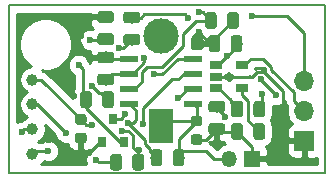
<source format=gbr>
G04 #@! TF.GenerationSoftware,KiCad,Pcbnew,5.1.0*
G04 #@! TF.CreationDate,2019-05-19T21:56:43+02:00*
G04 #@! TF.ProjectId,beeper,62656570-6572-42e6-9b69-6361645f7063,rev?*
G04 #@! TF.SameCoordinates,Original*
G04 #@! TF.FileFunction,Copper,L2,Bot*
G04 #@! TF.FilePolarity,Positive*
%FSLAX46Y46*%
G04 Gerber Fmt 4.6, Leading zero omitted, Abs format (unit mm)*
G04 Created by KiCad (PCBNEW 5.1.0) date 2019-05-19 21:56:43*
%MOMM*%
%LPD*%
G04 APERTURE LIST*
%ADD10C,0.150000*%
%ADD11R,1.060000X0.650000*%
%ADD12C,0.100000*%
%ADD13C,0.875000*%
%ADD14C,0.975000*%
%ADD15R,1.700000X1.700000*%
%ADD16O,1.700000X1.700000*%
%ADD17R,0.800000X0.900000*%
%ADD18R,1.550000X0.600000*%
%ADD19C,1.000000*%
%ADD20R,1.350000X1.350000*%
%ADD21O,1.350000X1.350000*%
%ADD22R,2.000000X3.000000*%
%ADD23C,3.000000*%
%ADD24C,0.600000*%
%ADD25C,0.250000*%
%ADD26C,0.500000*%
%ADD27C,0.254000*%
G04 APERTURE END LIST*
D10*
X136500000Y-108700000D02*
X136500000Y-94500000D01*
X163300000Y-108700000D02*
X136500000Y-108700000D01*
X163250000Y-94500000D02*
X163300000Y-108700000D01*
X136500000Y-94500000D02*
X163250000Y-94500000D01*
D11*
X154000000Y-101500000D03*
X154000000Y-100550000D03*
X154000000Y-99600000D03*
X156200000Y-99600000D03*
X156200000Y-101500000D03*
D12*
G36*
X142877691Y-105313553D02*
G01*
X142898926Y-105316703D01*
X142919750Y-105321919D01*
X142939962Y-105329151D01*
X142959368Y-105338330D01*
X142977781Y-105349366D01*
X142995024Y-105362154D01*
X143010930Y-105376570D01*
X143025346Y-105392476D01*
X143038134Y-105409719D01*
X143049170Y-105428132D01*
X143058349Y-105447538D01*
X143065581Y-105467750D01*
X143070797Y-105488574D01*
X143073947Y-105509809D01*
X143075000Y-105531250D01*
X143075000Y-105968750D01*
X143073947Y-105990191D01*
X143070797Y-106011426D01*
X143065581Y-106032250D01*
X143058349Y-106052462D01*
X143049170Y-106071868D01*
X143038134Y-106090281D01*
X143025346Y-106107524D01*
X143010930Y-106123430D01*
X142995024Y-106137846D01*
X142977781Y-106150634D01*
X142959368Y-106161670D01*
X142939962Y-106170849D01*
X142919750Y-106178081D01*
X142898926Y-106183297D01*
X142877691Y-106186447D01*
X142856250Y-106187500D01*
X142343750Y-106187500D01*
X142322309Y-106186447D01*
X142301074Y-106183297D01*
X142280250Y-106178081D01*
X142260038Y-106170849D01*
X142240632Y-106161670D01*
X142222219Y-106150634D01*
X142204976Y-106137846D01*
X142189070Y-106123430D01*
X142174654Y-106107524D01*
X142161866Y-106090281D01*
X142150830Y-106071868D01*
X142141651Y-106052462D01*
X142134419Y-106032250D01*
X142129203Y-106011426D01*
X142126053Y-105990191D01*
X142125000Y-105968750D01*
X142125000Y-105531250D01*
X142126053Y-105509809D01*
X142129203Y-105488574D01*
X142134419Y-105467750D01*
X142141651Y-105447538D01*
X142150830Y-105428132D01*
X142161866Y-105409719D01*
X142174654Y-105392476D01*
X142189070Y-105376570D01*
X142204976Y-105362154D01*
X142222219Y-105349366D01*
X142240632Y-105338330D01*
X142260038Y-105329151D01*
X142280250Y-105321919D01*
X142301074Y-105316703D01*
X142322309Y-105313553D01*
X142343750Y-105312500D01*
X142856250Y-105312500D01*
X142877691Y-105313553D01*
X142877691Y-105313553D01*
G37*
D13*
X142600000Y-105750000D03*
D12*
G36*
X142877691Y-103738553D02*
G01*
X142898926Y-103741703D01*
X142919750Y-103746919D01*
X142939962Y-103754151D01*
X142959368Y-103763330D01*
X142977781Y-103774366D01*
X142995024Y-103787154D01*
X143010930Y-103801570D01*
X143025346Y-103817476D01*
X143038134Y-103834719D01*
X143049170Y-103853132D01*
X143058349Y-103872538D01*
X143065581Y-103892750D01*
X143070797Y-103913574D01*
X143073947Y-103934809D01*
X143075000Y-103956250D01*
X143075000Y-104393750D01*
X143073947Y-104415191D01*
X143070797Y-104436426D01*
X143065581Y-104457250D01*
X143058349Y-104477462D01*
X143049170Y-104496868D01*
X143038134Y-104515281D01*
X143025346Y-104532524D01*
X143010930Y-104548430D01*
X142995024Y-104562846D01*
X142977781Y-104575634D01*
X142959368Y-104586670D01*
X142939962Y-104595849D01*
X142919750Y-104603081D01*
X142898926Y-104608297D01*
X142877691Y-104611447D01*
X142856250Y-104612500D01*
X142343750Y-104612500D01*
X142322309Y-104611447D01*
X142301074Y-104608297D01*
X142280250Y-104603081D01*
X142260038Y-104595849D01*
X142240632Y-104586670D01*
X142222219Y-104575634D01*
X142204976Y-104562846D01*
X142189070Y-104548430D01*
X142174654Y-104532524D01*
X142161866Y-104515281D01*
X142150830Y-104496868D01*
X142141651Y-104477462D01*
X142134419Y-104457250D01*
X142129203Y-104436426D01*
X142126053Y-104415191D01*
X142125000Y-104393750D01*
X142125000Y-103956250D01*
X142126053Y-103934809D01*
X142129203Y-103913574D01*
X142134419Y-103892750D01*
X142141651Y-103872538D01*
X142150830Y-103853132D01*
X142161866Y-103834719D01*
X142174654Y-103817476D01*
X142189070Y-103801570D01*
X142204976Y-103787154D01*
X142222219Y-103774366D01*
X142240632Y-103763330D01*
X142260038Y-103754151D01*
X142280250Y-103746919D01*
X142301074Y-103741703D01*
X142322309Y-103738553D01*
X142343750Y-103737500D01*
X142856250Y-103737500D01*
X142877691Y-103738553D01*
X142877691Y-103738553D01*
G37*
D13*
X142600000Y-104175000D03*
D12*
G36*
X154167642Y-97051174D02*
G01*
X154191303Y-97054684D01*
X154214507Y-97060496D01*
X154237029Y-97068554D01*
X154258653Y-97078782D01*
X154279170Y-97091079D01*
X154298383Y-97105329D01*
X154316107Y-97121393D01*
X154332171Y-97139117D01*
X154346421Y-97158330D01*
X154358718Y-97178847D01*
X154368946Y-97200471D01*
X154377004Y-97222993D01*
X154382816Y-97246197D01*
X154386326Y-97269858D01*
X154387500Y-97293750D01*
X154387500Y-98206250D01*
X154386326Y-98230142D01*
X154382816Y-98253803D01*
X154377004Y-98277007D01*
X154368946Y-98299529D01*
X154358718Y-98321153D01*
X154346421Y-98341670D01*
X154332171Y-98360883D01*
X154316107Y-98378607D01*
X154298383Y-98394671D01*
X154279170Y-98408921D01*
X154258653Y-98421218D01*
X154237029Y-98431446D01*
X154214507Y-98439504D01*
X154191303Y-98445316D01*
X154167642Y-98448826D01*
X154143750Y-98450000D01*
X153656250Y-98450000D01*
X153632358Y-98448826D01*
X153608697Y-98445316D01*
X153585493Y-98439504D01*
X153562971Y-98431446D01*
X153541347Y-98421218D01*
X153520830Y-98408921D01*
X153501617Y-98394671D01*
X153483893Y-98378607D01*
X153467829Y-98360883D01*
X153453579Y-98341670D01*
X153441282Y-98321153D01*
X153431054Y-98299529D01*
X153422996Y-98277007D01*
X153417184Y-98253803D01*
X153413674Y-98230142D01*
X153412500Y-98206250D01*
X153412500Y-97293750D01*
X153413674Y-97269858D01*
X153417184Y-97246197D01*
X153422996Y-97222993D01*
X153431054Y-97200471D01*
X153441282Y-97178847D01*
X153453579Y-97158330D01*
X153467829Y-97139117D01*
X153483893Y-97121393D01*
X153501617Y-97105329D01*
X153520830Y-97091079D01*
X153541347Y-97078782D01*
X153562971Y-97068554D01*
X153585493Y-97060496D01*
X153608697Y-97054684D01*
X153632358Y-97051174D01*
X153656250Y-97050000D01*
X154143750Y-97050000D01*
X154167642Y-97051174D01*
X154167642Y-97051174D01*
G37*
D14*
X153900000Y-97750000D03*
D12*
G36*
X156042642Y-97051174D02*
G01*
X156066303Y-97054684D01*
X156089507Y-97060496D01*
X156112029Y-97068554D01*
X156133653Y-97078782D01*
X156154170Y-97091079D01*
X156173383Y-97105329D01*
X156191107Y-97121393D01*
X156207171Y-97139117D01*
X156221421Y-97158330D01*
X156233718Y-97178847D01*
X156243946Y-97200471D01*
X156252004Y-97222993D01*
X156257816Y-97246197D01*
X156261326Y-97269858D01*
X156262500Y-97293750D01*
X156262500Y-98206250D01*
X156261326Y-98230142D01*
X156257816Y-98253803D01*
X156252004Y-98277007D01*
X156243946Y-98299529D01*
X156233718Y-98321153D01*
X156221421Y-98341670D01*
X156207171Y-98360883D01*
X156191107Y-98378607D01*
X156173383Y-98394671D01*
X156154170Y-98408921D01*
X156133653Y-98421218D01*
X156112029Y-98431446D01*
X156089507Y-98439504D01*
X156066303Y-98445316D01*
X156042642Y-98448826D01*
X156018750Y-98450000D01*
X155531250Y-98450000D01*
X155507358Y-98448826D01*
X155483697Y-98445316D01*
X155460493Y-98439504D01*
X155437971Y-98431446D01*
X155416347Y-98421218D01*
X155395830Y-98408921D01*
X155376617Y-98394671D01*
X155358893Y-98378607D01*
X155342829Y-98360883D01*
X155328579Y-98341670D01*
X155316282Y-98321153D01*
X155306054Y-98299529D01*
X155297996Y-98277007D01*
X155292184Y-98253803D01*
X155288674Y-98230142D01*
X155287500Y-98206250D01*
X155287500Y-97293750D01*
X155288674Y-97269858D01*
X155292184Y-97246197D01*
X155297996Y-97222993D01*
X155306054Y-97200471D01*
X155316282Y-97178847D01*
X155328579Y-97158330D01*
X155342829Y-97139117D01*
X155358893Y-97121393D01*
X155376617Y-97105329D01*
X155395830Y-97091079D01*
X155416347Y-97078782D01*
X155437971Y-97068554D01*
X155460493Y-97060496D01*
X155483697Y-97054684D01*
X155507358Y-97051174D01*
X155531250Y-97050000D01*
X156018750Y-97050000D01*
X156042642Y-97051174D01*
X156042642Y-97051174D01*
G37*
D14*
X155775000Y-97750000D03*
D12*
G36*
X152677691Y-105438553D02*
G01*
X152698926Y-105441703D01*
X152719750Y-105446919D01*
X152739962Y-105454151D01*
X152759368Y-105463330D01*
X152777781Y-105474366D01*
X152795024Y-105487154D01*
X152810930Y-105501570D01*
X152825346Y-105517476D01*
X152838134Y-105534719D01*
X152849170Y-105553132D01*
X152858349Y-105572538D01*
X152865581Y-105592750D01*
X152870797Y-105613574D01*
X152873947Y-105634809D01*
X152875000Y-105656250D01*
X152875000Y-106093750D01*
X152873947Y-106115191D01*
X152870797Y-106136426D01*
X152865581Y-106157250D01*
X152858349Y-106177462D01*
X152849170Y-106196868D01*
X152838134Y-106215281D01*
X152825346Y-106232524D01*
X152810930Y-106248430D01*
X152795024Y-106262846D01*
X152777781Y-106275634D01*
X152759368Y-106286670D01*
X152739962Y-106295849D01*
X152719750Y-106303081D01*
X152698926Y-106308297D01*
X152677691Y-106311447D01*
X152656250Y-106312500D01*
X152143750Y-106312500D01*
X152122309Y-106311447D01*
X152101074Y-106308297D01*
X152080250Y-106303081D01*
X152060038Y-106295849D01*
X152040632Y-106286670D01*
X152022219Y-106275634D01*
X152004976Y-106262846D01*
X151989070Y-106248430D01*
X151974654Y-106232524D01*
X151961866Y-106215281D01*
X151950830Y-106196868D01*
X151941651Y-106177462D01*
X151934419Y-106157250D01*
X151929203Y-106136426D01*
X151926053Y-106115191D01*
X151925000Y-106093750D01*
X151925000Y-105656250D01*
X151926053Y-105634809D01*
X151929203Y-105613574D01*
X151934419Y-105592750D01*
X151941651Y-105572538D01*
X151950830Y-105553132D01*
X151961866Y-105534719D01*
X151974654Y-105517476D01*
X151989070Y-105501570D01*
X152004976Y-105487154D01*
X152022219Y-105474366D01*
X152040632Y-105463330D01*
X152060038Y-105454151D01*
X152080250Y-105446919D01*
X152101074Y-105441703D01*
X152122309Y-105438553D01*
X152143750Y-105437500D01*
X152656250Y-105437500D01*
X152677691Y-105438553D01*
X152677691Y-105438553D01*
G37*
D13*
X152400000Y-105875000D03*
D12*
G36*
X152677691Y-103863553D02*
G01*
X152698926Y-103866703D01*
X152719750Y-103871919D01*
X152739962Y-103879151D01*
X152759368Y-103888330D01*
X152777781Y-103899366D01*
X152795024Y-103912154D01*
X152810930Y-103926570D01*
X152825346Y-103942476D01*
X152838134Y-103959719D01*
X152849170Y-103978132D01*
X152858349Y-103997538D01*
X152865581Y-104017750D01*
X152870797Y-104038574D01*
X152873947Y-104059809D01*
X152875000Y-104081250D01*
X152875000Y-104518750D01*
X152873947Y-104540191D01*
X152870797Y-104561426D01*
X152865581Y-104582250D01*
X152858349Y-104602462D01*
X152849170Y-104621868D01*
X152838134Y-104640281D01*
X152825346Y-104657524D01*
X152810930Y-104673430D01*
X152795024Y-104687846D01*
X152777781Y-104700634D01*
X152759368Y-104711670D01*
X152739962Y-104720849D01*
X152719750Y-104728081D01*
X152698926Y-104733297D01*
X152677691Y-104736447D01*
X152656250Y-104737500D01*
X152143750Y-104737500D01*
X152122309Y-104736447D01*
X152101074Y-104733297D01*
X152080250Y-104728081D01*
X152060038Y-104720849D01*
X152040632Y-104711670D01*
X152022219Y-104700634D01*
X152004976Y-104687846D01*
X151989070Y-104673430D01*
X151974654Y-104657524D01*
X151961866Y-104640281D01*
X151950830Y-104621868D01*
X151941651Y-104602462D01*
X151934419Y-104582250D01*
X151929203Y-104561426D01*
X151926053Y-104540191D01*
X151925000Y-104518750D01*
X151925000Y-104081250D01*
X151926053Y-104059809D01*
X151929203Y-104038574D01*
X151934419Y-104017750D01*
X151941651Y-103997538D01*
X151950830Y-103978132D01*
X151961866Y-103959719D01*
X151974654Y-103942476D01*
X151989070Y-103926570D01*
X152004976Y-103912154D01*
X152022219Y-103899366D01*
X152040632Y-103888330D01*
X152060038Y-103879151D01*
X152080250Y-103871919D01*
X152101074Y-103866703D01*
X152122309Y-103863553D01*
X152143750Y-103862500D01*
X152656250Y-103862500D01*
X152677691Y-103863553D01*
X152677691Y-103863553D01*
G37*
D13*
X152400000Y-104300000D03*
D12*
G36*
X154580142Y-102613674D02*
G01*
X154603803Y-102617184D01*
X154627007Y-102622996D01*
X154649529Y-102631054D01*
X154671153Y-102641282D01*
X154691670Y-102653579D01*
X154710883Y-102667829D01*
X154728607Y-102683893D01*
X154744671Y-102701617D01*
X154758921Y-102720830D01*
X154771218Y-102741347D01*
X154781446Y-102762971D01*
X154789504Y-102785493D01*
X154795316Y-102808697D01*
X154798826Y-102832358D01*
X154800000Y-102856250D01*
X154800000Y-103343750D01*
X154798826Y-103367642D01*
X154795316Y-103391303D01*
X154789504Y-103414507D01*
X154781446Y-103437029D01*
X154771218Y-103458653D01*
X154758921Y-103479170D01*
X154744671Y-103498383D01*
X154728607Y-103516107D01*
X154710883Y-103532171D01*
X154691670Y-103546421D01*
X154671153Y-103558718D01*
X154649529Y-103568946D01*
X154627007Y-103577004D01*
X154603803Y-103582816D01*
X154580142Y-103586326D01*
X154556250Y-103587500D01*
X153643750Y-103587500D01*
X153619858Y-103586326D01*
X153596197Y-103582816D01*
X153572993Y-103577004D01*
X153550471Y-103568946D01*
X153528847Y-103558718D01*
X153508330Y-103546421D01*
X153489117Y-103532171D01*
X153471393Y-103516107D01*
X153455329Y-103498383D01*
X153441079Y-103479170D01*
X153428782Y-103458653D01*
X153418554Y-103437029D01*
X153410496Y-103414507D01*
X153404684Y-103391303D01*
X153401174Y-103367642D01*
X153400000Y-103343750D01*
X153400000Y-102856250D01*
X153401174Y-102832358D01*
X153404684Y-102808697D01*
X153410496Y-102785493D01*
X153418554Y-102762971D01*
X153428782Y-102741347D01*
X153441079Y-102720830D01*
X153455329Y-102701617D01*
X153471393Y-102683893D01*
X153489117Y-102667829D01*
X153508330Y-102653579D01*
X153528847Y-102641282D01*
X153550471Y-102631054D01*
X153572993Y-102622996D01*
X153596197Y-102617184D01*
X153619858Y-102613674D01*
X153643750Y-102612500D01*
X154556250Y-102612500D01*
X154580142Y-102613674D01*
X154580142Y-102613674D01*
G37*
D14*
X154100000Y-103100000D03*
D12*
G36*
X154580142Y-104488674D02*
G01*
X154603803Y-104492184D01*
X154627007Y-104497996D01*
X154649529Y-104506054D01*
X154671153Y-104516282D01*
X154691670Y-104528579D01*
X154710883Y-104542829D01*
X154728607Y-104558893D01*
X154744671Y-104576617D01*
X154758921Y-104595830D01*
X154771218Y-104616347D01*
X154781446Y-104637971D01*
X154789504Y-104660493D01*
X154795316Y-104683697D01*
X154798826Y-104707358D01*
X154800000Y-104731250D01*
X154800000Y-105218750D01*
X154798826Y-105242642D01*
X154795316Y-105266303D01*
X154789504Y-105289507D01*
X154781446Y-105312029D01*
X154771218Y-105333653D01*
X154758921Y-105354170D01*
X154744671Y-105373383D01*
X154728607Y-105391107D01*
X154710883Y-105407171D01*
X154691670Y-105421421D01*
X154671153Y-105433718D01*
X154649529Y-105443946D01*
X154627007Y-105452004D01*
X154603803Y-105457816D01*
X154580142Y-105461326D01*
X154556250Y-105462500D01*
X153643750Y-105462500D01*
X153619858Y-105461326D01*
X153596197Y-105457816D01*
X153572993Y-105452004D01*
X153550471Y-105443946D01*
X153528847Y-105433718D01*
X153508330Y-105421421D01*
X153489117Y-105407171D01*
X153471393Y-105391107D01*
X153455329Y-105373383D01*
X153441079Y-105354170D01*
X153428782Y-105333653D01*
X153418554Y-105312029D01*
X153410496Y-105289507D01*
X153404684Y-105266303D01*
X153401174Y-105242642D01*
X153400000Y-105218750D01*
X153400000Y-104731250D01*
X153401174Y-104707358D01*
X153404684Y-104683697D01*
X153410496Y-104660493D01*
X153418554Y-104637971D01*
X153428782Y-104616347D01*
X153441079Y-104595830D01*
X153455329Y-104576617D01*
X153471393Y-104558893D01*
X153489117Y-104542829D01*
X153508330Y-104528579D01*
X153528847Y-104516282D01*
X153550471Y-104506054D01*
X153572993Y-104497996D01*
X153596197Y-104492184D01*
X153619858Y-104488674D01*
X153643750Y-104487500D01*
X154556250Y-104487500D01*
X154580142Y-104488674D01*
X154580142Y-104488674D01*
G37*
D14*
X154100000Y-104975000D03*
D15*
X161500000Y-106000000D03*
D16*
X161500000Y-103460000D03*
X161500000Y-100920000D03*
D17*
X146250000Y-106100000D03*
X144350000Y-106100000D03*
X145300000Y-104100000D03*
D12*
G36*
X157967642Y-104501174D02*
G01*
X157991303Y-104504684D01*
X158014507Y-104510496D01*
X158037029Y-104518554D01*
X158058653Y-104528782D01*
X158079170Y-104541079D01*
X158098383Y-104555329D01*
X158116107Y-104571393D01*
X158132171Y-104589117D01*
X158146421Y-104608330D01*
X158158718Y-104628847D01*
X158168946Y-104650471D01*
X158177004Y-104672993D01*
X158182816Y-104696197D01*
X158186326Y-104719858D01*
X158187500Y-104743750D01*
X158187500Y-105656250D01*
X158186326Y-105680142D01*
X158182816Y-105703803D01*
X158177004Y-105727007D01*
X158168946Y-105749529D01*
X158158718Y-105771153D01*
X158146421Y-105791670D01*
X158132171Y-105810883D01*
X158116107Y-105828607D01*
X158098383Y-105844671D01*
X158079170Y-105858921D01*
X158058653Y-105871218D01*
X158037029Y-105881446D01*
X158014507Y-105889504D01*
X157991303Y-105895316D01*
X157967642Y-105898826D01*
X157943750Y-105900000D01*
X157456250Y-105900000D01*
X157432358Y-105898826D01*
X157408697Y-105895316D01*
X157385493Y-105889504D01*
X157362971Y-105881446D01*
X157341347Y-105871218D01*
X157320830Y-105858921D01*
X157301617Y-105844671D01*
X157283893Y-105828607D01*
X157267829Y-105810883D01*
X157253579Y-105791670D01*
X157241282Y-105771153D01*
X157231054Y-105749529D01*
X157222996Y-105727007D01*
X157217184Y-105703803D01*
X157213674Y-105680142D01*
X157212500Y-105656250D01*
X157212500Y-104743750D01*
X157213674Y-104719858D01*
X157217184Y-104696197D01*
X157222996Y-104672993D01*
X157231054Y-104650471D01*
X157241282Y-104628847D01*
X157253579Y-104608330D01*
X157267829Y-104589117D01*
X157283893Y-104571393D01*
X157301617Y-104555329D01*
X157320830Y-104541079D01*
X157341347Y-104528782D01*
X157362971Y-104518554D01*
X157385493Y-104510496D01*
X157408697Y-104504684D01*
X157432358Y-104501174D01*
X157456250Y-104500000D01*
X157943750Y-104500000D01*
X157967642Y-104501174D01*
X157967642Y-104501174D01*
G37*
D14*
X157700000Y-105200000D03*
D12*
G36*
X156092642Y-104501174D02*
G01*
X156116303Y-104504684D01*
X156139507Y-104510496D01*
X156162029Y-104518554D01*
X156183653Y-104528782D01*
X156204170Y-104541079D01*
X156223383Y-104555329D01*
X156241107Y-104571393D01*
X156257171Y-104589117D01*
X156271421Y-104608330D01*
X156283718Y-104628847D01*
X156293946Y-104650471D01*
X156302004Y-104672993D01*
X156307816Y-104696197D01*
X156311326Y-104719858D01*
X156312500Y-104743750D01*
X156312500Y-105656250D01*
X156311326Y-105680142D01*
X156307816Y-105703803D01*
X156302004Y-105727007D01*
X156293946Y-105749529D01*
X156283718Y-105771153D01*
X156271421Y-105791670D01*
X156257171Y-105810883D01*
X156241107Y-105828607D01*
X156223383Y-105844671D01*
X156204170Y-105858921D01*
X156183653Y-105871218D01*
X156162029Y-105881446D01*
X156139507Y-105889504D01*
X156116303Y-105895316D01*
X156092642Y-105898826D01*
X156068750Y-105900000D01*
X155581250Y-105900000D01*
X155557358Y-105898826D01*
X155533697Y-105895316D01*
X155510493Y-105889504D01*
X155487971Y-105881446D01*
X155466347Y-105871218D01*
X155445830Y-105858921D01*
X155426617Y-105844671D01*
X155408893Y-105828607D01*
X155392829Y-105810883D01*
X155378579Y-105791670D01*
X155366282Y-105771153D01*
X155356054Y-105749529D01*
X155347996Y-105727007D01*
X155342184Y-105703803D01*
X155338674Y-105680142D01*
X155337500Y-105656250D01*
X155337500Y-104743750D01*
X155338674Y-104719858D01*
X155342184Y-104696197D01*
X155347996Y-104672993D01*
X155356054Y-104650471D01*
X155366282Y-104628847D01*
X155378579Y-104608330D01*
X155392829Y-104589117D01*
X155408893Y-104571393D01*
X155426617Y-104555329D01*
X155445830Y-104541079D01*
X155466347Y-104528782D01*
X155487971Y-104518554D01*
X155510493Y-104510496D01*
X155533697Y-104504684D01*
X155557358Y-104501174D01*
X155581250Y-104500000D01*
X156068750Y-104500000D01*
X156092642Y-104501174D01*
X156092642Y-104501174D01*
G37*
D14*
X155825000Y-105200000D03*
D12*
G36*
X147380142Y-96938674D02*
G01*
X147403803Y-96942184D01*
X147427007Y-96947996D01*
X147449529Y-96956054D01*
X147471153Y-96966282D01*
X147491670Y-96978579D01*
X147510883Y-96992829D01*
X147528607Y-97008893D01*
X147544671Y-97026617D01*
X147558921Y-97045830D01*
X147571218Y-97066347D01*
X147581446Y-97087971D01*
X147589504Y-97110493D01*
X147595316Y-97133697D01*
X147598826Y-97157358D01*
X147600000Y-97181250D01*
X147600000Y-97668750D01*
X147598826Y-97692642D01*
X147595316Y-97716303D01*
X147589504Y-97739507D01*
X147581446Y-97762029D01*
X147571218Y-97783653D01*
X147558921Y-97804170D01*
X147544671Y-97823383D01*
X147528607Y-97841107D01*
X147510883Y-97857171D01*
X147491670Y-97871421D01*
X147471153Y-97883718D01*
X147449529Y-97893946D01*
X147427007Y-97902004D01*
X147403803Y-97907816D01*
X147380142Y-97911326D01*
X147356250Y-97912500D01*
X146443750Y-97912500D01*
X146419858Y-97911326D01*
X146396197Y-97907816D01*
X146372993Y-97902004D01*
X146350471Y-97893946D01*
X146328847Y-97883718D01*
X146308330Y-97871421D01*
X146289117Y-97857171D01*
X146271393Y-97841107D01*
X146255329Y-97823383D01*
X146241079Y-97804170D01*
X146228782Y-97783653D01*
X146218554Y-97762029D01*
X146210496Y-97739507D01*
X146204684Y-97716303D01*
X146201174Y-97692642D01*
X146200000Y-97668750D01*
X146200000Y-97181250D01*
X146201174Y-97157358D01*
X146204684Y-97133697D01*
X146210496Y-97110493D01*
X146218554Y-97087971D01*
X146228782Y-97066347D01*
X146241079Y-97045830D01*
X146255329Y-97026617D01*
X146271393Y-97008893D01*
X146289117Y-96992829D01*
X146308330Y-96978579D01*
X146328847Y-96966282D01*
X146350471Y-96956054D01*
X146372993Y-96947996D01*
X146396197Y-96942184D01*
X146419858Y-96938674D01*
X146443750Y-96937500D01*
X147356250Y-96937500D01*
X147380142Y-96938674D01*
X147380142Y-96938674D01*
G37*
D14*
X146900000Y-97425000D03*
D12*
G36*
X147380142Y-95063674D02*
G01*
X147403803Y-95067184D01*
X147427007Y-95072996D01*
X147449529Y-95081054D01*
X147471153Y-95091282D01*
X147491670Y-95103579D01*
X147510883Y-95117829D01*
X147528607Y-95133893D01*
X147544671Y-95151617D01*
X147558921Y-95170830D01*
X147571218Y-95191347D01*
X147581446Y-95212971D01*
X147589504Y-95235493D01*
X147595316Y-95258697D01*
X147598826Y-95282358D01*
X147600000Y-95306250D01*
X147600000Y-95793750D01*
X147598826Y-95817642D01*
X147595316Y-95841303D01*
X147589504Y-95864507D01*
X147581446Y-95887029D01*
X147571218Y-95908653D01*
X147558921Y-95929170D01*
X147544671Y-95948383D01*
X147528607Y-95966107D01*
X147510883Y-95982171D01*
X147491670Y-95996421D01*
X147471153Y-96008718D01*
X147449529Y-96018946D01*
X147427007Y-96027004D01*
X147403803Y-96032816D01*
X147380142Y-96036326D01*
X147356250Y-96037500D01*
X146443750Y-96037500D01*
X146419858Y-96036326D01*
X146396197Y-96032816D01*
X146372993Y-96027004D01*
X146350471Y-96018946D01*
X146328847Y-96008718D01*
X146308330Y-95996421D01*
X146289117Y-95982171D01*
X146271393Y-95966107D01*
X146255329Y-95948383D01*
X146241079Y-95929170D01*
X146228782Y-95908653D01*
X146218554Y-95887029D01*
X146210496Y-95864507D01*
X146204684Y-95841303D01*
X146201174Y-95817642D01*
X146200000Y-95793750D01*
X146200000Y-95306250D01*
X146201174Y-95282358D01*
X146204684Y-95258697D01*
X146210496Y-95235493D01*
X146218554Y-95212971D01*
X146228782Y-95191347D01*
X146241079Y-95170830D01*
X146255329Y-95151617D01*
X146271393Y-95133893D01*
X146289117Y-95117829D01*
X146308330Y-95103579D01*
X146328847Y-95091282D01*
X146350471Y-95081054D01*
X146372993Y-95072996D01*
X146396197Y-95067184D01*
X146419858Y-95063674D01*
X146443750Y-95062500D01*
X147356250Y-95062500D01*
X147380142Y-95063674D01*
X147380142Y-95063674D01*
G37*
D14*
X146900000Y-95550000D03*
D12*
G36*
X145180142Y-100313674D02*
G01*
X145203803Y-100317184D01*
X145227007Y-100322996D01*
X145249529Y-100331054D01*
X145271153Y-100341282D01*
X145291670Y-100353579D01*
X145310883Y-100367829D01*
X145328607Y-100383893D01*
X145344671Y-100401617D01*
X145358921Y-100420830D01*
X145371218Y-100441347D01*
X145381446Y-100462971D01*
X145389504Y-100485493D01*
X145395316Y-100508697D01*
X145398826Y-100532358D01*
X145400000Y-100556250D01*
X145400000Y-101043750D01*
X145398826Y-101067642D01*
X145395316Y-101091303D01*
X145389504Y-101114507D01*
X145381446Y-101137029D01*
X145371218Y-101158653D01*
X145358921Y-101179170D01*
X145344671Y-101198383D01*
X145328607Y-101216107D01*
X145310883Y-101232171D01*
X145291670Y-101246421D01*
X145271153Y-101258718D01*
X145249529Y-101268946D01*
X145227007Y-101277004D01*
X145203803Y-101282816D01*
X145180142Y-101286326D01*
X145156250Y-101287500D01*
X144243750Y-101287500D01*
X144219858Y-101286326D01*
X144196197Y-101282816D01*
X144172993Y-101277004D01*
X144150471Y-101268946D01*
X144128847Y-101258718D01*
X144108330Y-101246421D01*
X144089117Y-101232171D01*
X144071393Y-101216107D01*
X144055329Y-101198383D01*
X144041079Y-101179170D01*
X144028782Y-101158653D01*
X144018554Y-101137029D01*
X144010496Y-101114507D01*
X144004684Y-101091303D01*
X144001174Y-101067642D01*
X144000000Y-101043750D01*
X144000000Y-100556250D01*
X144001174Y-100532358D01*
X144004684Y-100508697D01*
X144010496Y-100485493D01*
X144018554Y-100462971D01*
X144028782Y-100441347D01*
X144041079Y-100420830D01*
X144055329Y-100401617D01*
X144071393Y-100383893D01*
X144089117Y-100367829D01*
X144108330Y-100353579D01*
X144128847Y-100341282D01*
X144150471Y-100331054D01*
X144172993Y-100322996D01*
X144196197Y-100317184D01*
X144219858Y-100313674D01*
X144243750Y-100312500D01*
X145156250Y-100312500D01*
X145180142Y-100313674D01*
X145180142Y-100313674D01*
G37*
D14*
X144700000Y-100800000D03*
D12*
G36*
X145180142Y-98438674D02*
G01*
X145203803Y-98442184D01*
X145227007Y-98447996D01*
X145249529Y-98456054D01*
X145271153Y-98466282D01*
X145291670Y-98478579D01*
X145310883Y-98492829D01*
X145328607Y-98508893D01*
X145344671Y-98526617D01*
X145358921Y-98545830D01*
X145371218Y-98566347D01*
X145381446Y-98587971D01*
X145389504Y-98610493D01*
X145395316Y-98633697D01*
X145398826Y-98657358D01*
X145400000Y-98681250D01*
X145400000Y-99168750D01*
X145398826Y-99192642D01*
X145395316Y-99216303D01*
X145389504Y-99239507D01*
X145381446Y-99262029D01*
X145371218Y-99283653D01*
X145358921Y-99304170D01*
X145344671Y-99323383D01*
X145328607Y-99341107D01*
X145310883Y-99357171D01*
X145291670Y-99371421D01*
X145271153Y-99383718D01*
X145249529Y-99393946D01*
X145227007Y-99402004D01*
X145203803Y-99407816D01*
X145180142Y-99411326D01*
X145156250Y-99412500D01*
X144243750Y-99412500D01*
X144219858Y-99411326D01*
X144196197Y-99407816D01*
X144172993Y-99402004D01*
X144150471Y-99393946D01*
X144128847Y-99383718D01*
X144108330Y-99371421D01*
X144089117Y-99357171D01*
X144071393Y-99341107D01*
X144055329Y-99323383D01*
X144041079Y-99304170D01*
X144028782Y-99283653D01*
X144018554Y-99262029D01*
X144010496Y-99239507D01*
X144004684Y-99216303D01*
X144001174Y-99192642D01*
X144000000Y-99168750D01*
X144000000Y-98681250D01*
X144001174Y-98657358D01*
X144004684Y-98633697D01*
X144010496Y-98610493D01*
X144018554Y-98587971D01*
X144028782Y-98566347D01*
X144041079Y-98545830D01*
X144055329Y-98526617D01*
X144071393Y-98508893D01*
X144089117Y-98492829D01*
X144108330Y-98478579D01*
X144128847Y-98466282D01*
X144150471Y-98456054D01*
X144172993Y-98447996D01*
X144196197Y-98442184D01*
X144219858Y-98438674D01*
X144243750Y-98437500D01*
X145156250Y-98437500D01*
X145180142Y-98438674D01*
X145180142Y-98438674D01*
G37*
D14*
X144700000Y-98925000D03*
D12*
G36*
X145180142Y-96888674D02*
G01*
X145203803Y-96892184D01*
X145227007Y-96897996D01*
X145249529Y-96906054D01*
X145271153Y-96916282D01*
X145291670Y-96928579D01*
X145310883Y-96942829D01*
X145328607Y-96958893D01*
X145344671Y-96976617D01*
X145358921Y-96995830D01*
X145371218Y-97016347D01*
X145381446Y-97037971D01*
X145389504Y-97060493D01*
X145395316Y-97083697D01*
X145398826Y-97107358D01*
X145400000Y-97131250D01*
X145400000Y-97618750D01*
X145398826Y-97642642D01*
X145395316Y-97666303D01*
X145389504Y-97689507D01*
X145381446Y-97712029D01*
X145371218Y-97733653D01*
X145358921Y-97754170D01*
X145344671Y-97773383D01*
X145328607Y-97791107D01*
X145310883Y-97807171D01*
X145291670Y-97821421D01*
X145271153Y-97833718D01*
X145249529Y-97843946D01*
X145227007Y-97852004D01*
X145203803Y-97857816D01*
X145180142Y-97861326D01*
X145156250Y-97862500D01*
X144243750Y-97862500D01*
X144219858Y-97861326D01*
X144196197Y-97857816D01*
X144172993Y-97852004D01*
X144150471Y-97843946D01*
X144128847Y-97833718D01*
X144108330Y-97821421D01*
X144089117Y-97807171D01*
X144071393Y-97791107D01*
X144055329Y-97773383D01*
X144041079Y-97754170D01*
X144028782Y-97733653D01*
X144018554Y-97712029D01*
X144010496Y-97689507D01*
X144004684Y-97666303D01*
X144001174Y-97642642D01*
X144000000Y-97618750D01*
X144000000Y-97131250D01*
X144001174Y-97107358D01*
X144004684Y-97083697D01*
X144010496Y-97060493D01*
X144018554Y-97037971D01*
X144028782Y-97016347D01*
X144041079Y-96995830D01*
X144055329Y-96976617D01*
X144071393Y-96958893D01*
X144089117Y-96942829D01*
X144108330Y-96928579D01*
X144128847Y-96916282D01*
X144150471Y-96906054D01*
X144172993Y-96897996D01*
X144196197Y-96892184D01*
X144219858Y-96888674D01*
X144243750Y-96887500D01*
X145156250Y-96887500D01*
X145180142Y-96888674D01*
X145180142Y-96888674D01*
G37*
D14*
X144700000Y-97375000D03*
D12*
G36*
X145180142Y-95013674D02*
G01*
X145203803Y-95017184D01*
X145227007Y-95022996D01*
X145249529Y-95031054D01*
X145271153Y-95041282D01*
X145291670Y-95053579D01*
X145310883Y-95067829D01*
X145328607Y-95083893D01*
X145344671Y-95101617D01*
X145358921Y-95120830D01*
X145371218Y-95141347D01*
X145381446Y-95162971D01*
X145389504Y-95185493D01*
X145395316Y-95208697D01*
X145398826Y-95232358D01*
X145400000Y-95256250D01*
X145400000Y-95743750D01*
X145398826Y-95767642D01*
X145395316Y-95791303D01*
X145389504Y-95814507D01*
X145381446Y-95837029D01*
X145371218Y-95858653D01*
X145358921Y-95879170D01*
X145344671Y-95898383D01*
X145328607Y-95916107D01*
X145310883Y-95932171D01*
X145291670Y-95946421D01*
X145271153Y-95958718D01*
X145249529Y-95968946D01*
X145227007Y-95977004D01*
X145203803Y-95982816D01*
X145180142Y-95986326D01*
X145156250Y-95987500D01*
X144243750Y-95987500D01*
X144219858Y-95986326D01*
X144196197Y-95982816D01*
X144172993Y-95977004D01*
X144150471Y-95968946D01*
X144128847Y-95958718D01*
X144108330Y-95946421D01*
X144089117Y-95932171D01*
X144071393Y-95916107D01*
X144055329Y-95898383D01*
X144041079Y-95879170D01*
X144028782Y-95858653D01*
X144018554Y-95837029D01*
X144010496Y-95814507D01*
X144004684Y-95791303D01*
X144001174Y-95767642D01*
X144000000Y-95743750D01*
X144000000Y-95256250D01*
X144001174Y-95232358D01*
X144004684Y-95208697D01*
X144010496Y-95185493D01*
X144018554Y-95162971D01*
X144028782Y-95141347D01*
X144041079Y-95120830D01*
X144055329Y-95101617D01*
X144071393Y-95083893D01*
X144089117Y-95067829D01*
X144108330Y-95053579D01*
X144128847Y-95041282D01*
X144150471Y-95031054D01*
X144172993Y-95022996D01*
X144196197Y-95017184D01*
X144219858Y-95013674D01*
X144243750Y-95012500D01*
X145156250Y-95012500D01*
X145180142Y-95013674D01*
X145180142Y-95013674D01*
G37*
D14*
X144700000Y-95500000D03*
D12*
G36*
X145167642Y-101801174D02*
G01*
X145191303Y-101804684D01*
X145214507Y-101810496D01*
X145237029Y-101818554D01*
X145258653Y-101828782D01*
X145279170Y-101841079D01*
X145298383Y-101855329D01*
X145316107Y-101871393D01*
X145332171Y-101889117D01*
X145346421Y-101908330D01*
X145358718Y-101928847D01*
X145368946Y-101950471D01*
X145377004Y-101972993D01*
X145382816Y-101996197D01*
X145386326Y-102019858D01*
X145387500Y-102043750D01*
X145387500Y-102956250D01*
X145386326Y-102980142D01*
X145382816Y-103003803D01*
X145377004Y-103027007D01*
X145368946Y-103049529D01*
X145358718Y-103071153D01*
X145346421Y-103091670D01*
X145332171Y-103110883D01*
X145316107Y-103128607D01*
X145298383Y-103144671D01*
X145279170Y-103158921D01*
X145258653Y-103171218D01*
X145237029Y-103181446D01*
X145214507Y-103189504D01*
X145191303Y-103195316D01*
X145167642Y-103198826D01*
X145143750Y-103200000D01*
X144656250Y-103200000D01*
X144632358Y-103198826D01*
X144608697Y-103195316D01*
X144585493Y-103189504D01*
X144562971Y-103181446D01*
X144541347Y-103171218D01*
X144520830Y-103158921D01*
X144501617Y-103144671D01*
X144483893Y-103128607D01*
X144467829Y-103110883D01*
X144453579Y-103091670D01*
X144441282Y-103071153D01*
X144431054Y-103049529D01*
X144422996Y-103027007D01*
X144417184Y-103003803D01*
X144413674Y-102980142D01*
X144412500Y-102956250D01*
X144412500Y-102043750D01*
X144413674Y-102019858D01*
X144417184Y-101996197D01*
X144422996Y-101972993D01*
X144431054Y-101950471D01*
X144441282Y-101928847D01*
X144453579Y-101908330D01*
X144467829Y-101889117D01*
X144483893Y-101871393D01*
X144501617Y-101855329D01*
X144520830Y-101841079D01*
X144541347Y-101828782D01*
X144562971Y-101818554D01*
X144585493Y-101810496D01*
X144608697Y-101804684D01*
X144632358Y-101801174D01*
X144656250Y-101800000D01*
X145143750Y-101800000D01*
X145167642Y-101801174D01*
X145167642Y-101801174D01*
G37*
D14*
X144900000Y-102500000D03*
D12*
G36*
X143292642Y-101801174D02*
G01*
X143316303Y-101804684D01*
X143339507Y-101810496D01*
X143362029Y-101818554D01*
X143383653Y-101828782D01*
X143404170Y-101841079D01*
X143423383Y-101855329D01*
X143441107Y-101871393D01*
X143457171Y-101889117D01*
X143471421Y-101908330D01*
X143483718Y-101928847D01*
X143493946Y-101950471D01*
X143502004Y-101972993D01*
X143507816Y-101996197D01*
X143511326Y-102019858D01*
X143512500Y-102043750D01*
X143512500Y-102956250D01*
X143511326Y-102980142D01*
X143507816Y-103003803D01*
X143502004Y-103027007D01*
X143493946Y-103049529D01*
X143483718Y-103071153D01*
X143471421Y-103091670D01*
X143457171Y-103110883D01*
X143441107Y-103128607D01*
X143423383Y-103144671D01*
X143404170Y-103158921D01*
X143383653Y-103171218D01*
X143362029Y-103181446D01*
X143339507Y-103189504D01*
X143316303Y-103195316D01*
X143292642Y-103198826D01*
X143268750Y-103200000D01*
X142781250Y-103200000D01*
X142757358Y-103198826D01*
X142733697Y-103195316D01*
X142710493Y-103189504D01*
X142687971Y-103181446D01*
X142666347Y-103171218D01*
X142645830Y-103158921D01*
X142626617Y-103144671D01*
X142608893Y-103128607D01*
X142592829Y-103110883D01*
X142578579Y-103091670D01*
X142566282Y-103071153D01*
X142556054Y-103049529D01*
X142547996Y-103027007D01*
X142542184Y-103003803D01*
X142538674Y-102980142D01*
X142537500Y-102956250D01*
X142537500Y-102043750D01*
X142538674Y-102019858D01*
X142542184Y-101996197D01*
X142547996Y-101972993D01*
X142556054Y-101950471D01*
X142566282Y-101928847D01*
X142578579Y-101908330D01*
X142592829Y-101889117D01*
X142608893Y-101871393D01*
X142626617Y-101855329D01*
X142645830Y-101841079D01*
X142666347Y-101828782D01*
X142687971Y-101818554D01*
X142710493Y-101810496D01*
X142733697Y-101804684D01*
X142757358Y-101801174D01*
X142781250Y-101800000D01*
X143268750Y-101800000D01*
X143292642Y-101801174D01*
X143292642Y-101801174D01*
G37*
D14*
X143025000Y-102500000D03*
D12*
G36*
X155742642Y-95101174D02*
G01*
X155766303Y-95104684D01*
X155789507Y-95110496D01*
X155812029Y-95118554D01*
X155833653Y-95128782D01*
X155854170Y-95141079D01*
X155873383Y-95155329D01*
X155891107Y-95171393D01*
X155907171Y-95189117D01*
X155921421Y-95208330D01*
X155933718Y-95228847D01*
X155943946Y-95250471D01*
X155952004Y-95272993D01*
X155957816Y-95296197D01*
X155961326Y-95319858D01*
X155962500Y-95343750D01*
X155962500Y-96256250D01*
X155961326Y-96280142D01*
X155957816Y-96303803D01*
X155952004Y-96327007D01*
X155943946Y-96349529D01*
X155933718Y-96371153D01*
X155921421Y-96391670D01*
X155907171Y-96410883D01*
X155891107Y-96428607D01*
X155873383Y-96444671D01*
X155854170Y-96458921D01*
X155833653Y-96471218D01*
X155812029Y-96481446D01*
X155789507Y-96489504D01*
X155766303Y-96495316D01*
X155742642Y-96498826D01*
X155718750Y-96500000D01*
X155231250Y-96500000D01*
X155207358Y-96498826D01*
X155183697Y-96495316D01*
X155160493Y-96489504D01*
X155137971Y-96481446D01*
X155116347Y-96471218D01*
X155095830Y-96458921D01*
X155076617Y-96444671D01*
X155058893Y-96428607D01*
X155042829Y-96410883D01*
X155028579Y-96391670D01*
X155016282Y-96371153D01*
X155006054Y-96349529D01*
X154997996Y-96327007D01*
X154992184Y-96303803D01*
X154988674Y-96280142D01*
X154987500Y-96256250D01*
X154987500Y-95343750D01*
X154988674Y-95319858D01*
X154992184Y-95296197D01*
X154997996Y-95272993D01*
X155006054Y-95250471D01*
X155016282Y-95228847D01*
X155028579Y-95208330D01*
X155042829Y-95189117D01*
X155058893Y-95171393D01*
X155076617Y-95155329D01*
X155095830Y-95141079D01*
X155116347Y-95128782D01*
X155137971Y-95118554D01*
X155160493Y-95110496D01*
X155183697Y-95104684D01*
X155207358Y-95101174D01*
X155231250Y-95100000D01*
X155718750Y-95100000D01*
X155742642Y-95101174D01*
X155742642Y-95101174D01*
G37*
D14*
X155475000Y-95800000D03*
D12*
G36*
X153867642Y-95101174D02*
G01*
X153891303Y-95104684D01*
X153914507Y-95110496D01*
X153937029Y-95118554D01*
X153958653Y-95128782D01*
X153979170Y-95141079D01*
X153998383Y-95155329D01*
X154016107Y-95171393D01*
X154032171Y-95189117D01*
X154046421Y-95208330D01*
X154058718Y-95228847D01*
X154068946Y-95250471D01*
X154077004Y-95272993D01*
X154082816Y-95296197D01*
X154086326Y-95319858D01*
X154087500Y-95343750D01*
X154087500Y-96256250D01*
X154086326Y-96280142D01*
X154082816Y-96303803D01*
X154077004Y-96327007D01*
X154068946Y-96349529D01*
X154058718Y-96371153D01*
X154046421Y-96391670D01*
X154032171Y-96410883D01*
X154016107Y-96428607D01*
X153998383Y-96444671D01*
X153979170Y-96458921D01*
X153958653Y-96471218D01*
X153937029Y-96481446D01*
X153914507Y-96489504D01*
X153891303Y-96495316D01*
X153867642Y-96498826D01*
X153843750Y-96500000D01*
X153356250Y-96500000D01*
X153332358Y-96498826D01*
X153308697Y-96495316D01*
X153285493Y-96489504D01*
X153262971Y-96481446D01*
X153241347Y-96471218D01*
X153220830Y-96458921D01*
X153201617Y-96444671D01*
X153183893Y-96428607D01*
X153167829Y-96410883D01*
X153153579Y-96391670D01*
X153141282Y-96371153D01*
X153131054Y-96349529D01*
X153122996Y-96327007D01*
X153117184Y-96303803D01*
X153113674Y-96280142D01*
X153112500Y-96256250D01*
X153112500Y-95343750D01*
X153113674Y-95319858D01*
X153117184Y-95296197D01*
X153122996Y-95272993D01*
X153131054Y-95250471D01*
X153141282Y-95228847D01*
X153153579Y-95208330D01*
X153167829Y-95189117D01*
X153183893Y-95171393D01*
X153201617Y-95155329D01*
X153220830Y-95141079D01*
X153241347Y-95128782D01*
X153262971Y-95118554D01*
X153285493Y-95110496D01*
X153308697Y-95104684D01*
X153332358Y-95101174D01*
X153356250Y-95100000D01*
X153843750Y-95100000D01*
X153867642Y-95101174D01*
X153867642Y-95101174D01*
G37*
D14*
X153600000Y-95800000D03*
D12*
G36*
X151142642Y-106701174D02*
G01*
X151166303Y-106704684D01*
X151189507Y-106710496D01*
X151212029Y-106718554D01*
X151233653Y-106728782D01*
X151254170Y-106741079D01*
X151273383Y-106755329D01*
X151291107Y-106771393D01*
X151307171Y-106789117D01*
X151321421Y-106808330D01*
X151333718Y-106828847D01*
X151343946Y-106850471D01*
X151352004Y-106872993D01*
X151357816Y-106896197D01*
X151361326Y-106919858D01*
X151362500Y-106943750D01*
X151362500Y-107856250D01*
X151361326Y-107880142D01*
X151357816Y-107903803D01*
X151352004Y-107927007D01*
X151343946Y-107949529D01*
X151333718Y-107971153D01*
X151321421Y-107991670D01*
X151307171Y-108010883D01*
X151291107Y-108028607D01*
X151273383Y-108044671D01*
X151254170Y-108058921D01*
X151233653Y-108071218D01*
X151212029Y-108081446D01*
X151189507Y-108089504D01*
X151166303Y-108095316D01*
X151142642Y-108098826D01*
X151118750Y-108100000D01*
X150631250Y-108100000D01*
X150607358Y-108098826D01*
X150583697Y-108095316D01*
X150560493Y-108089504D01*
X150537971Y-108081446D01*
X150516347Y-108071218D01*
X150495830Y-108058921D01*
X150476617Y-108044671D01*
X150458893Y-108028607D01*
X150442829Y-108010883D01*
X150428579Y-107991670D01*
X150416282Y-107971153D01*
X150406054Y-107949529D01*
X150397996Y-107927007D01*
X150392184Y-107903803D01*
X150388674Y-107880142D01*
X150387500Y-107856250D01*
X150387500Y-106943750D01*
X150388674Y-106919858D01*
X150392184Y-106896197D01*
X150397996Y-106872993D01*
X150406054Y-106850471D01*
X150416282Y-106828847D01*
X150428579Y-106808330D01*
X150442829Y-106789117D01*
X150458893Y-106771393D01*
X150476617Y-106755329D01*
X150495830Y-106741079D01*
X150516347Y-106728782D01*
X150537971Y-106718554D01*
X150560493Y-106710496D01*
X150583697Y-106704684D01*
X150607358Y-106701174D01*
X150631250Y-106700000D01*
X151118750Y-106700000D01*
X151142642Y-106701174D01*
X151142642Y-106701174D01*
G37*
D14*
X150875000Y-107400000D03*
D12*
G36*
X149267642Y-106701174D02*
G01*
X149291303Y-106704684D01*
X149314507Y-106710496D01*
X149337029Y-106718554D01*
X149358653Y-106728782D01*
X149379170Y-106741079D01*
X149398383Y-106755329D01*
X149416107Y-106771393D01*
X149432171Y-106789117D01*
X149446421Y-106808330D01*
X149458718Y-106828847D01*
X149468946Y-106850471D01*
X149477004Y-106872993D01*
X149482816Y-106896197D01*
X149486326Y-106919858D01*
X149487500Y-106943750D01*
X149487500Y-107856250D01*
X149486326Y-107880142D01*
X149482816Y-107903803D01*
X149477004Y-107927007D01*
X149468946Y-107949529D01*
X149458718Y-107971153D01*
X149446421Y-107991670D01*
X149432171Y-108010883D01*
X149416107Y-108028607D01*
X149398383Y-108044671D01*
X149379170Y-108058921D01*
X149358653Y-108071218D01*
X149337029Y-108081446D01*
X149314507Y-108089504D01*
X149291303Y-108095316D01*
X149267642Y-108098826D01*
X149243750Y-108100000D01*
X148756250Y-108100000D01*
X148732358Y-108098826D01*
X148708697Y-108095316D01*
X148685493Y-108089504D01*
X148662971Y-108081446D01*
X148641347Y-108071218D01*
X148620830Y-108058921D01*
X148601617Y-108044671D01*
X148583893Y-108028607D01*
X148567829Y-108010883D01*
X148553579Y-107991670D01*
X148541282Y-107971153D01*
X148531054Y-107949529D01*
X148522996Y-107927007D01*
X148517184Y-107903803D01*
X148513674Y-107880142D01*
X148512500Y-107856250D01*
X148512500Y-106943750D01*
X148513674Y-106919858D01*
X148517184Y-106896197D01*
X148522996Y-106872993D01*
X148531054Y-106850471D01*
X148541282Y-106828847D01*
X148553579Y-106808330D01*
X148567829Y-106789117D01*
X148583893Y-106771393D01*
X148601617Y-106755329D01*
X148620830Y-106741079D01*
X148641347Y-106728782D01*
X148662971Y-106718554D01*
X148685493Y-106710496D01*
X148708697Y-106704684D01*
X148732358Y-106701174D01*
X148756250Y-106700000D01*
X149243750Y-106700000D01*
X149267642Y-106701174D01*
X149267642Y-106701174D01*
G37*
D14*
X149000000Y-107400000D03*
D12*
G36*
X156092642Y-102601174D02*
G01*
X156116303Y-102604684D01*
X156139507Y-102610496D01*
X156162029Y-102618554D01*
X156183653Y-102628782D01*
X156204170Y-102641079D01*
X156223383Y-102655329D01*
X156241107Y-102671393D01*
X156257171Y-102689117D01*
X156271421Y-102708330D01*
X156283718Y-102728847D01*
X156293946Y-102750471D01*
X156302004Y-102772993D01*
X156307816Y-102796197D01*
X156311326Y-102819858D01*
X156312500Y-102843750D01*
X156312500Y-103756250D01*
X156311326Y-103780142D01*
X156307816Y-103803803D01*
X156302004Y-103827007D01*
X156293946Y-103849529D01*
X156283718Y-103871153D01*
X156271421Y-103891670D01*
X156257171Y-103910883D01*
X156241107Y-103928607D01*
X156223383Y-103944671D01*
X156204170Y-103958921D01*
X156183653Y-103971218D01*
X156162029Y-103981446D01*
X156139507Y-103989504D01*
X156116303Y-103995316D01*
X156092642Y-103998826D01*
X156068750Y-104000000D01*
X155581250Y-104000000D01*
X155557358Y-103998826D01*
X155533697Y-103995316D01*
X155510493Y-103989504D01*
X155487971Y-103981446D01*
X155466347Y-103971218D01*
X155445830Y-103958921D01*
X155426617Y-103944671D01*
X155408893Y-103928607D01*
X155392829Y-103910883D01*
X155378579Y-103891670D01*
X155366282Y-103871153D01*
X155356054Y-103849529D01*
X155347996Y-103827007D01*
X155342184Y-103803803D01*
X155338674Y-103780142D01*
X155337500Y-103756250D01*
X155337500Y-102843750D01*
X155338674Y-102819858D01*
X155342184Y-102796197D01*
X155347996Y-102772993D01*
X155356054Y-102750471D01*
X155366282Y-102728847D01*
X155378579Y-102708330D01*
X155392829Y-102689117D01*
X155408893Y-102671393D01*
X155426617Y-102655329D01*
X155445830Y-102641079D01*
X155466347Y-102628782D01*
X155487971Y-102618554D01*
X155510493Y-102610496D01*
X155533697Y-102604684D01*
X155557358Y-102601174D01*
X155581250Y-102600000D01*
X156068750Y-102600000D01*
X156092642Y-102601174D01*
X156092642Y-102601174D01*
G37*
D14*
X155825000Y-103300000D03*
D12*
G36*
X157967642Y-102601174D02*
G01*
X157991303Y-102604684D01*
X158014507Y-102610496D01*
X158037029Y-102618554D01*
X158058653Y-102628782D01*
X158079170Y-102641079D01*
X158098383Y-102655329D01*
X158116107Y-102671393D01*
X158132171Y-102689117D01*
X158146421Y-102708330D01*
X158158718Y-102728847D01*
X158168946Y-102750471D01*
X158177004Y-102772993D01*
X158182816Y-102796197D01*
X158186326Y-102819858D01*
X158187500Y-102843750D01*
X158187500Y-103756250D01*
X158186326Y-103780142D01*
X158182816Y-103803803D01*
X158177004Y-103827007D01*
X158168946Y-103849529D01*
X158158718Y-103871153D01*
X158146421Y-103891670D01*
X158132171Y-103910883D01*
X158116107Y-103928607D01*
X158098383Y-103944671D01*
X158079170Y-103958921D01*
X158058653Y-103971218D01*
X158037029Y-103981446D01*
X158014507Y-103989504D01*
X157991303Y-103995316D01*
X157967642Y-103998826D01*
X157943750Y-104000000D01*
X157456250Y-104000000D01*
X157432358Y-103998826D01*
X157408697Y-103995316D01*
X157385493Y-103989504D01*
X157362971Y-103981446D01*
X157341347Y-103971218D01*
X157320830Y-103958921D01*
X157301617Y-103944671D01*
X157283893Y-103928607D01*
X157267829Y-103910883D01*
X157253579Y-103891670D01*
X157241282Y-103871153D01*
X157231054Y-103849529D01*
X157222996Y-103827007D01*
X157217184Y-103803803D01*
X157213674Y-103780142D01*
X157212500Y-103756250D01*
X157212500Y-102843750D01*
X157213674Y-102819858D01*
X157217184Y-102796197D01*
X157222996Y-102772993D01*
X157231054Y-102750471D01*
X157241282Y-102728847D01*
X157253579Y-102708330D01*
X157267829Y-102689117D01*
X157283893Y-102671393D01*
X157301617Y-102655329D01*
X157320830Y-102641079D01*
X157341347Y-102628782D01*
X157362971Y-102618554D01*
X157385493Y-102610496D01*
X157408697Y-102604684D01*
X157432358Y-102601174D01*
X157456250Y-102600000D01*
X157943750Y-102600000D01*
X157967642Y-102601174D01*
X157967642Y-102601174D01*
G37*
D14*
X157700000Y-103300000D03*
D12*
G36*
X147717642Y-107101174D02*
G01*
X147741303Y-107104684D01*
X147764507Y-107110496D01*
X147787029Y-107118554D01*
X147808653Y-107128782D01*
X147829170Y-107141079D01*
X147848383Y-107155329D01*
X147866107Y-107171393D01*
X147882171Y-107189117D01*
X147896421Y-107208330D01*
X147908718Y-107228847D01*
X147918946Y-107250471D01*
X147927004Y-107272993D01*
X147932816Y-107296197D01*
X147936326Y-107319858D01*
X147937500Y-107343750D01*
X147937500Y-108256250D01*
X147936326Y-108280142D01*
X147932816Y-108303803D01*
X147927004Y-108327007D01*
X147918946Y-108349529D01*
X147908718Y-108371153D01*
X147896421Y-108391670D01*
X147882171Y-108410883D01*
X147866107Y-108428607D01*
X147848383Y-108444671D01*
X147829170Y-108458921D01*
X147808653Y-108471218D01*
X147787029Y-108481446D01*
X147764507Y-108489504D01*
X147741303Y-108495316D01*
X147717642Y-108498826D01*
X147693750Y-108500000D01*
X147206250Y-108500000D01*
X147182358Y-108498826D01*
X147158697Y-108495316D01*
X147135493Y-108489504D01*
X147112971Y-108481446D01*
X147091347Y-108471218D01*
X147070830Y-108458921D01*
X147051617Y-108444671D01*
X147033893Y-108428607D01*
X147017829Y-108410883D01*
X147003579Y-108391670D01*
X146991282Y-108371153D01*
X146981054Y-108349529D01*
X146972996Y-108327007D01*
X146967184Y-108303803D01*
X146963674Y-108280142D01*
X146962500Y-108256250D01*
X146962500Y-107343750D01*
X146963674Y-107319858D01*
X146967184Y-107296197D01*
X146972996Y-107272993D01*
X146981054Y-107250471D01*
X146991282Y-107228847D01*
X147003579Y-107208330D01*
X147017829Y-107189117D01*
X147033893Y-107171393D01*
X147051617Y-107155329D01*
X147070830Y-107141079D01*
X147091347Y-107128782D01*
X147112971Y-107118554D01*
X147135493Y-107110496D01*
X147158697Y-107104684D01*
X147182358Y-107101174D01*
X147206250Y-107100000D01*
X147693750Y-107100000D01*
X147717642Y-107101174D01*
X147717642Y-107101174D01*
G37*
D14*
X147450000Y-107800000D03*
D12*
G36*
X145842642Y-107101174D02*
G01*
X145866303Y-107104684D01*
X145889507Y-107110496D01*
X145912029Y-107118554D01*
X145933653Y-107128782D01*
X145954170Y-107141079D01*
X145973383Y-107155329D01*
X145991107Y-107171393D01*
X146007171Y-107189117D01*
X146021421Y-107208330D01*
X146033718Y-107228847D01*
X146043946Y-107250471D01*
X146052004Y-107272993D01*
X146057816Y-107296197D01*
X146061326Y-107319858D01*
X146062500Y-107343750D01*
X146062500Y-108256250D01*
X146061326Y-108280142D01*
X146057816Y-108303803D01*
X146052004Y-108327007D01*
X146043946Y-108349529D01*
X146033718Y-108371153D01*
X146021421Y-108391670D01*
X146007171Y-108410883D01*
X145991107Y-108428607D01*
X145973383Y-108444671D01*
X145954170Y-108458921D01*
X145933653Y-108471218D01*
X145912029Y-108481446D01*
X145889507Y-108489504D01*
X145866303Y-108495316D01*
X145842642Y-108498826D01*
X145818750Y-108500000D01*
X145331250Y-108500000D01*
X145307358Y-108498826D01*
X145283697Y-108495316D01*
X145260493Y-108489504D01*
X145237971Y-108481446D01*
X145216347Y-108471218D01*
X145195830Y-108458921D01*
X145176617Y-108444671D01*
X145158893Y-108428607D01*
X145142829Y-108410883D01*
X145128579Y-108391670D01*
X145116282Y-108371153D01*
X145106054Y-108349529D01*
X145097996Y-108327007D01*
X145092184Y-108303803D01*
X145088674Y-108280142D01*
X145087500Y-108256250D01*
X145087500Y-107343750D01*
X145088674Y-107319858D01*
X145092184Y-107296197D01*
X145097996Y-107272993D01*
X145106054Y-107250471D01*
X145116282Y-107228847D01*
X145128579Y-107208330D01*
X145142829Y-107189117D01*
X145158893Y-107171393D01*
X145176617Y-107155329D01*
X145195830Y-107141079D01*
X145216347Y-107128782D01*
X145237971Y-107118554D01*
X145260493Y-107110496D01*
X145283697Y-107104684D01*
X145307358Y-107101174D01*
X145331250Y-107100000D01*
X145818750Y-107100000D01*
X145842642Y-107101174D01*
X145842642Y-107101174D01*
G37*
D14*
X145575000Y-107800000D03*
D18*
X146700000Y-102840000D03*
X146700000Y-101570000D03*
X146700000Y-100300000D03*
X146700000Y-99030000D03*
X152100000Y-99030000D03*
X152100000Y-100300000D03*
X152100000Y-101570000D03*
X152100000Y-102840000D03*
D19*
X138500000Y-102900000D03*
X138500000Y-105000000D03*
X138500000Y-100800000D03*
X138500000Y-107100000D03*
D20*
X157100000Y-107500000D03*
D21*
X155100000Y-107500000D03*
D22*
X149400000Y-104700000D03*
D23*
X149400000Y-97100000D03*
D24*
X155000000Y-98805000D03*
X143272749Y-107049980D03*
X139900000Y-105900000D03*
X142024971Y-102225011D03*
X142600000Y-97100000D03*
X158089373Y-99998542D03*
X152600000Y-96800000D03*
X157100000Y-95400000D03*
X152600000Y-95100000D03*
X154800000Y-104000000D03*
X151694504Y-95573667D03*
X143400000Y-97450000D03*
X142409301Y-99549980D03*
X147975012Y-98983965D03*
X145842450Y-98149989D03*
X146600000Y-104500000D03*
X143506849Y-104615751D03*
X157900000Y-102000000D03*
X143900000Y-107574990D03*
X141300000Y-105300000D03*
X146100000Y-105125010D03*
X147512991Y-106733469D03*
X150863357Y-102347937D03*
X143499951Y-101336284D03*
X146347014Y-103741042D03*
X159120767Y-102126002D03*
X157814876Y-100749988D03*
X147900000Y-104600000D03*
X137625011Y-105220861D03*
X139825000Y-106850000D03*
X148775000Y-100350000D03*
D25*
X152400000Y-103140000D02*
X152100000Y-102840000D01*
X152400000Y-104300000D02*
X152400000Y-103140000D01*
X150900000Y-105800000D02*
X150900000Y-106875000D01*
X152400000Y-104300000D02*
X150900000Y-105800000D01*
X153225000Y-106875000D02*
X151487500Y-106875000D01*
X153850000Y-107500000D02*
X153225000Y-106875000D01*
X155100000Y-107500000D02*
X153850000Y-107500000D01*
X151487500Y-106875000D02*
X150900000Y-106875000D01*
D26*
X148925000Y-105455000D02*
X149725000Y-104655000D01*
D25*
X152060000Y-102800000D02*
X152100000Y-102840000D01*
X149800000Y-104300000D02*
X149400000Y-104700000D01*
X152400000Y-104300000D02*
X149800000Y-104300000D01*
X155550000Y-97750000D02*
X155700000Y-97900000D01*
X155775000Y-98030000D02*
X155775000Y-97750000D01*
X154000000Y-99600000D02*
X154205000Y-99600000D01*
X154205000Y-99600000D02*
X155000000Y-98805000D01*
X155000000Y-98805000D02*
X155775000Y-98030000D01*
X144450000Y-99000000D02*
X143850000Y-99000000D01*
X154780000Y-100550000D02*
X154830000Y-100600000D01*
X154000000Y-100550000D02*
X154780000Y-100550000D01*
X153200000Y-105875000D02*
X154100000Y-104975000D01*
X152400000Y-105875000D02*
X153200000Y-105875000D01*
X153787500Y-97750000D02*
X153337500Y-97300000D01*
X144222729Y-106100000D02*
X143272749Y-107049980D01*
X144350000Y-106100000D02*
X144222729Y-106100000D01*
X157100000Y-106475000D02*
X155825000Y-105200000D01*
X157100000Y-107500000D02*
X157100000Y-106475000D01*
X154325000Y-105200000D02*
X154100000Y-104975000D01*
X155825000Y-105200000D02*
X154325000Y-105200000D01*
X158114878Y-100124986D02*
X159745768Y-101755876D01*
X159745768Y-101755876D02*
X159745768Y-105345768D01*
X154000000Y-100550000D02*
X157089860Y-100550000D01*
X159745768Y-105345768D02*
X160400000Y-106000000D01*
X160400000Y-106000000D02*
X161500000Y-106000000D01*
X157514874Y-100124986D02*
X158114878Y-100124986D01*
X157089860Y-100550000D02*
X157514874Y-100124986D01*
X141724972Y-101925012D02*
X142024971Y-102225011D01*
X153900000Y-97375000D02*
X153900000Y-97750000D01*
X155475000Y-95800000D02*
X153900000Y-97375000D01*
X153550000Y-97750000D02*
X152600000Y-96800000D01*
X153900000Y-97750000D02*
X153550000Y-97750000D01*
X144805000Y-99030000D02*
X144700000Y-98925000D01*
X146700000Y-99030000D02*
X144805000Y-99030000D01*
X153337500Y-96362500D02*
X153500000Y-96200000D01*
X146700000Y-101570000D02*
X147192500Y-101570000D01*
X160049002Y-95400000D02*
X157100000Y-95400000D01*
X161525001Y-96875999D02*
X160049002Y-95400000D01*
X161500000Y-100920000D02*
X161500000Y-99717919D01*
X161525001Y-99692918D02*
X161525001Y-96875999D01*
X161500000Y-99717919D02*
X161525001Y-99692918D01*
X152900000Y-95100000D02*
X153600000Y-95800000D01*
X152600000Y-95100000D02*
X152900000Y-95100000D01*
X151225001Y-96927068D02*
X151225001Y-97976001D01*
X149476004Y-99724998D02*
X148224998Y-99724998D01*
X151225001Y-97976001D02*
X149476004Y-99724998D01*
X153600000Y-95800000D02*
X152352069Y-95800000D01*
X147175000Y-101570000D02*
X146700000Y-101570000D01*
X148224998Y-99724998D02*
X147800001Y-100149995D01*
X147800001Y-100944999D02*
X147175000Y-101570000D01*
X152352069Y-95800000D02*
X151225001Y-96927068D01*
X147800001Y-100149995D02*
X147800001Y-100944999D01*
X154100000Y-103100000D02*
X154100000Y-103200000D01*
X154100000Y-103200000D02*
X154900000Y-104000000D01*
X158714374Y-99953269D02*
X160650001Y-101888896D01*
X160650001Y-102610001D02*
X161500000Y-103460000D01*
X156200000Y-99600000D02*
X156405000Y-99600000D01*
X158040833Y-99025000D02*
X158714374Y-99698541D01*
X158714374Y-99698541D02*
X158714374Y-99953269D01*
X160650001Y-101888896D02*
X160650001Y-102610001D01*
X156405000Y-99600000D02*
X156980000Y-99025000D01*
X156980000Y-99025000D02*
X158040833Y-99025000D01*
X151394505Y-95273668D02*
X151694504Y-95573667D01*
X147976332Y-95273668D02*
X151394505Y-95273668D01*
X147700000Y-95550000D02*
X147976332Y-95273668D01*
X146900000Y-95550000D02*
X147700000Y-95550000D01*
X143025000Y-102500000D02*
X143025000Y-102925000D01*
X143025000Y-103250004D02*
X143025000Y-102500000D01*
X145874996Y-106100000D02*
X143025000Y-103250004D01*
X146250000Y-106100000D02*
X145874996Y-106100000D01*
X144625000Y-97450000D02*
X144700000Y-97375000D01*
X143400000Y-97450000D02*
X144625000Y-97450000D01*
X142803260Y-99943939D02*
X142709300Y-99849979D01*
X142803260Y-102278260D02*
X142803260Y-99943939D01*
X142709300Y-99849979D02*
X142409301Y-99549980D01*
X143025000Y-102500000D02*
X142803260Y-102278260D01*
X145200000Y-100300000D02*
X144700000Y-100800000D01*
X146700000Y-100300000D02*
X145200000Y-100300000D01*
X146700000Y-100300000D02*
X147013585Y-100300000D01*
X147975012Y-99338573D02*
X147975012Y-98983965D01*
X147013585Y-100300000D02*
X147975012Y-99338573D01*
X146900000Y-97425000D02*
X146175011Y-98149989D01*
X146175011Y-98149989D02*
X145842450Y-98149989D01*
X147274998Y-103414998D02*
X147274998Y-103964998D01*
X146700000Y-102840000D02*
X147274998Y-103414998D01*
X146600000Y-104500000D02*
X147024264Y-104500000D01*
X147274998Y-104249266D02*
X147274998Y-104200000D01*
X147024264Y-104500000D02*
X147274998Y-104249266D01*
X147274998Y-103964998D02*
X147274998Y-104200000D01*
X138500000Y-100800000D02*
X139225000Y-100800000D01*
X139225000Y-100800000D02*
X142600000Y-104175000D01*
X143061612Y-104636612D02*
X143485988Y-104636612D01*
X143485988Y-104636612D02*
X143506849Y-104615751D01*
X142600000Y-104175000D02*
X143061612Y-104636612D01*
X149000000Y-107400000D02*
X148443763Y-106843763D01*
X148443763Y-106718759D02*
X148000002Y-106274998D01*
X148443763Y-106843763D02*
X148443763Y-106718759D01*
X148000002Y-106274998D02*
X148000002Y-105900002D01*
X148000002Y-105900002D02*
X146899999Y-104799999D01*
X146899999Y-104799999D02*
X146600000Y-104500000D01*
X157700000Y-103300000D02*
X157700000Y-103400000D01*
X157900000Y-102000000D02*
X157900000Y-103100000D01*
X157900000Y-103100000D02*
X157700000Y-103300000D01*
X157143763Y-104643763D02*
X157700000Y-105200000D01*
X156774999Y-102649999D02*
X156774999Y-104274999D01*
X156200000Y-101500000D02*
X156200000Y-102075000D01*
X156200000Y-102075000D02*
X156774999Y-102649999D01*
X156774999Y-104274999D02*
X157143763Y-104643763D01*
X155268763Y-102563763D02*
X154205000Y-101500000D01*
X154205000Y-101500000D02*
X154000000Y-101500000D01*
X155268763Y-102743763D02*
X155268763Y-102563763D01*
X155825000Y-103300000D02*
X155268763Y-102743763D01*
X144125010Y-107800000D02*
X143900000Y-107574990D01*
X145575000Y-107800000D02*
X144125010Y-107800000D01*
X138900000Y-102900000D02*
X138500000Y-102900000D01*
X141300000Y-105300000D02*
X138900000Y-102900000D01*
X152100000Y-101570000D02*
X152130440Y-101600440D01*
X152130440Y-101600440D02*
X152130440Y-101603458D01*
X146975001Y-105511411D02*
X146588600Y-105125010D01*
X146588600Y-105125010D02*
X146524264Y-105125010D01*
X146975001Y-106525001D02*
X146975001Y-105511411D01*
X147450000Y-107000000D02*
X146975001Y-106525001D01*
X147450000Y-107800000D02*
X147450000Y-107000000D01*
X146524264Y-105125010D02*
X146100000Y-105125010D01*
X147450000Y-106796460D02*
X147512991Y-106733469D01*
X147450000Y-107800000D02*
X147450000Y-106796460D01*
X151641294Y-101570000D02*
X152100000Y-101570000D01*
X150863357Y-102347937D02*
X151641294Y-101570000D01*
X144900000Y-102500000D02*
X144600000Y-102500000D01*
X144900000Y-102500000D02*
X144343763Y-101943763D01*
X144343763Y-101943763D02*
X144107430Y-101943763D01*
X143799950Y-101636283D02*
X143499951Y-101336284D01*
X144107430Y-101943763D02*
X143799950Y-101636283D01*
X145988056Y-104100000D02*
X146047015Y-104041041D01*
X146047015Y-104041041D02*
X146347014Y-103741042D01*
X145300000Y-104100000D02*
X145988056Y-104100000D01*
X157814876Y-100820111D02*
X157814876Y-100749988D01*
X159120767Y-102126002D02*
X157814876Y-100820111D01*
X137625011Y-105167883D02*
X137625011Y-105220861D01*
X137792894Y-105000000D02*
X137625011Y-105167883D01*
X138500000Y-105000000D02*
X137792894Y-105000000D01*
X152100000Y-100300000D02*
X151300000Y-100300000D01*
X150350002Y-100775002D02*
X150824998Y-100775002D01*
X147900000Y-104600000D02*
X147900000Y-103225004D01*
X147900000Y-103225004D02*
X150350002Y-100775002D01*
X150824998Y-100775002D02*
X151300000Y-100300000D01*
X138750000Y-106850000D02*
X138500000Y-107100000D01*
X139825000Y-106850000D02*
X138750000Y-106850000D01*
X149487412Y-100350000D02*
X148775000Y-100350000D01*
X150807412Y-99030000D02*
X149487412Y-100350000D01*
X152100000Y-99030000D02*
X150807412Y-99030000D01*
D27*
G36*
X159900998Y-102758987D02*
G01*
X159925172Y-102838677D01*
X159944455Y-102902247D01*
X160015027Y-103034277D01*
X160060510Y-103089697D01*
X160036487Y-103168889D01*
X160007815Y-103460000D01*
X160036487Y-103751111D01*
X160121401Y-104031034D01*
X160259294Y-104289014D01*
X160444866Y-104515134D01*
X160474687Y-104539607D01*
X160405820Y-104560498D01*
X160295506Y-104619463D01*
X160198815Y-104698815D01*
X160119463Y-104795506D01*
X160060498Y-104905820D01*
X160024188Y-105025518D01*
X160011928Y-105150000D01*
X160015000Y-105714250D01*
X160173750Y-105873000D01*
X161373000Y-105873000D01*
X161373000Y-105853000D01*
X161627000Y-105853000D01*
X161627000Y-105873000D01*
X161647000Y-105873000D01*
X161647000Y-106127000D01*
X161627000Y-106127000D01*
X161627000Y-107326250D01*
X161785750Y-107485000D01*
X162350000Y-107488072D01*
X162474482Y-107475812D01*
X162585567Y-107442115D01*
X162587496Y-107990000D01*
X158411612Y-107990000D01*
X158410000Y-107785750D01*
X158251250Y-107627000D01*
X157227000Y-107627000D01*
X157227000Y-107647000D01*
X156973000Y-107647000D01*
X156973000Y-107627000D01*
X156953000Y-107627000D01*
X156953000Y-107373000D01*
X156973000Y-107373000D01*
X156973000Y-107353000D01*
X157227000Y-107353000D01*
X157227000Y-107373000D01*
X158251250Y-107373000D01*
X158410000Y-107214250D01*
X158412874Y-106850000D01*
X160011928Y-106850000D01*
X160024188Y-106974482D01*
X160060498Y-107094180D01*
X160119463Y-107204494D01*
X160198815Y-107301185D01*
X160295506Y-107380537D01*
X160405820Y-107439502D01*
X160525518Y-107475812D01*
X160650000Y-107488072D01*
X161214250Y-107485000D01*
X161373000Y-107326250D01*
X161373000Y-106127000D01*
X160173750Y-106127000D01*
X160015000Y-106285750D01*
X160011928Y-106850000D01*
X158412874Y-106850000D01*
X158413072Y-106825000D01*
X158400812Y-106700518D01*
X158364502Y-106580820D01*
X158305537Y-106470506D01*
X158298371Y-106461774D01*
X158433664Y-106389458D01*
X158567292Y-106279792D01*
X158676958Y-106146164D01*
X158758447Y-105993709D01*
X158808628Y-105828285D01*
X158825572Y-105656250D01*
X158825572Y-104743750D01*
X158808628Y-104571715D01*
X158758447Y-104406291D01*
X158676958Y-104253836D01*
X158673810Y-104250000D01*
X158676958Y-104246164D01*
X158758447Y-104093709D01*
X158808628Y-103928285D01*
X158825572Y-103756250D01*
X158825572Y-103015764D01*
X158848038Y-103025070D01*
X159028678Y-103061002D01*
X159212856Y-103061002D01*
X159393496Y-103025070D01*
X159563656Y-102954588D01*
X159716795Y-102852264D01*
X159847029Y-102722030D01*
X159890892Y-102656384D01*
X159900998Y-102758987D01*
X159900998Y-102758987D01*
G37*
X159900998Y-102758987D02*
X159925172Y-102838677D01*
X159944455Y-102902247D01*
X160015027Y-103034277D01*
X160060510Y-103089697D01*
X160036487Y-103168889D01*
X160007815Y-103460000D01*
X160036487Y-103751111D01*
X160121401Y-104031034D01*
X160259294Y-104289014D01*
X160444866Y-104515134D01*
X160474687Y-104539607D01*
X160405820Y-104560498D01*
X160295506Y-104619463D01*
X160198815Y-104698815D01*
X160119463Y-104795506D01*
X160060498Y-104905820D01*
X160024188Y-105025518D01*
X160011928Y-105150000D01*
X160015000Y-105714250D01*
X160173750Y-105873000D01*
X161373000Y-105873000D01*
X161373000Y-105853000D01*
X161627000Y-105853000D01*
X161627000Y-105873000D01*
X161647000Y-105873000D01*
X161647000Y-106127000D01*
X161627000Y-106127000D01*
X161627000Y-107326250D01*
X161785750Y-107485000D01*
X162350000Y-107488072D01*
X162474482Y-107475812D01*
X162585567Y-107442115D01*
X162587496Y-107990000D01*
X158411612Y-107990000D01*
X158410000Y-107785750D01*
X158251250Y-107627000D01*
X157227000Y-107627000D01*
X157227000Y-107647000D01*
X156973000Y-107647000D01*
X156973000Y-107627000D01*
X156953000Y-107627000D01*
X156953000Y-107373000D01*
X156973000Y-107373000D01*
X156973000Y-107353000D01*
X157227000Y-107353000D01*
X157227000Y-107373000D01*
X158251250Y-107373000D01*
X158410000Y-107214250D01*
X158412874Y-106850000D01*
X160011928Y-106850000D01*
X160024188Y-106974482D01*
X160060498Y-107094180D01*
X160119463Y-107204494D01*
X160198815Y-107301185D01*
X160295506Y-107380537D01*
X160405820Y-107439502D01*
X160525518Y-107475812D01*
X160650000Y-107488072D01*
X161214250Y-107485000D01*
X161373000Y-107326250D01*
X161373000Y-106127000D01*
X160173750Y-106127000D01*
X160015000Y-106285750D01*
X160011928Y-106850000D01*
X158412874Y-106850000D01*
X158413072Y-106825000D01*
X158400812Y-106700518D01*
X158364502Y-106580820D01*
X158305537Y-106470506D01*
X158298371Y-106461774D01*
X158433664Y-106389458D01*
X158567292Y-106279792D01*
X158676958Y-106146164D01*
X158758447Y-105993709D01*
X158808628Y-105828285D01*
X158825572Y-105656250D01*
X158825572Y-104743750D01*
X158808628Y-104571715D01*
X158758447Y-104406291D01*
X158676958Y-104253836D01*
X158673810Y-104250000D01*
X158676958Y-104246164D01*
X158758447Y-104093709D01*
X158808628Y-103928285D01*
X158825572Y-103756250D01*
X158825572Y-103015764D01*
X158848038Y-103025070D01*
X159028678Y-103061002D01*
X159212856Y-103061002D01*
X159393496Y-103025070D01*
X159563656Y-102954588D01*
X159716795Y-102852264D01*
X159847029Y-102722030D01*
X159890892Y-102656384D01*
X159900998Y-102758987D01*
G36*
X140376847Y-105451649D02*
G01*
X140400932Y-105572729D01*
X140471414Y-105742889D01*
X140573738Y-105896028D01*
X140703972Y-106026262D01*
X140857111Y-106128586D01*
X141027271Y-106199068D01*
X141207911Y-106235000D01*
X141392089Y-106235000D01*
X141489694Y-106215585D01*
X141499188Y-106311982D01*
X141535498Y-106431680D01*
X141594463Y-106541994D01*
X141673815Y-106638685D01*
X141770506Y-106718037D01*
X141880820Y-106777002D01*
X142000518Y-106813312D01*
X142125000Y-106825572D01*
X142314250Y-106822500D01*
X142473000Y-106663750D01*
X142473000Y-105877000D01*
X142453000Y-105877000D01*
X142453000Y-105623000D01*
X142473000Y-105623000D01*
X142473000Y-105603000D01*
X142727000Y-105603000D01*
X142727000Y-105623000D01*
X142747000Y-105623000D01*
X142747000Y-105877000D01*
X142727000Y-105877000D01*
X142727000Y-106663750D01*
X142885750Y-106822500D01*
X143075000Y-106825572D01*
X143199482Y-106813312D01*
X143319180Y-106777002D01*
X143350249Y-106760395D01*
X143360498Y-106794180D01*
X143367106Y-106806543D01*
X143303972Y-106848728D01*
X143173738Y-106978962D01*
X143071414Y-107132101D01*
X143000932Y-107302261D01*
X142965000Y-107482901D01*
X142965000Y-107667079D01*
X143000932Y-107847719D01*
X143059866Y-107990000D01*
X139210966Y-107990000D01*
X139223520Y-107981612D01*
X139381612Y-107823520D01*
X139457570Y-107709842D01*
X139552271Y-107749068D01*
X139732911Y-107785000D01*
X139917089Y-107785000D01*
X140097729Y-107749068D01*
X140267889Y-107678586D01*
X140421028Y-107576262D01*
X140551262Y-107446028D01*
X140653586Y-107292889D01*
X140724068Y-107122729D01*
X140760000Y-106942089D01*
X140760000Y-106757911D01*
X140724068Y-106577271D01*
X140653586Y-106407111D01*
X140551262Y-106253972D01*
X140421028Y-106123738D01*
X140267889Y-106021414D01*
X140097729Y-105950932D01*
X139917089Y-105915000D01*
X139732911Y-105915000D01*
X139552271Y-105950932D01*
X139382111Y-106021414D01*
X139279465Y-106090000D01*
X139027542Y-106090000D01*
X138930974Y-106050000D01*
X139037624Y-106005824D01*
X139223520Y-105881612D01*
X139381612Y-105723520D01*
X139505824Y-105537624D01*
X139591383Y-105331067D01*
X139635000Y-105111788D01*
X139635000Y-104888212D01*
X139591383Y-104668933D01*
X139589440Y-104664241D01*
X140376847Y-105451649D01*
X140376847Y-105451649D01*
G37*
X140376847Y-105451649D02*
X140400932Y-105572729D01*
X140471414Y-105742889D01*
X140573738Y-105896028D01*
X140703972Y-106026262D01*
X140857111Y-106128586D01*
X141027271Y-106199068D01*
X141207911Y-106235000D01*
X141392089Y-106235000D01*
X141489694Y-106215585D01*
X141499188Y-106311982D01*
X141535498Y-106431680D01*
X141594463Y-106541994D01*
X141673815Y-106638685D01*
X141770506Y-106718037D01*
X141880820Y-106777002D01*
X142000518Y-106813312D01*
X142125000Y-106825572D01*
X142314250Y-106822500D01*
X142473000Y-106663750D01*
X142473000Y-105877000D01*
X142453000Y-105877000D01*
X142453000Y-105623000D01*
X142473000Y-105623000D01*
X142473000Y-105603000D01*
X142727000Y-105603000D01*
X142727000Y-105623000D01*
X142747000Y-105623000D01*
X142747000Y-105877000D01*
X142727000Y-105877000D01*
X142727000Y-106663750D01*
X142885750Y-106822500D01*
X143075000Y-106825572D01*
X143199482Y-106813312D01*
X143319180Y-106777002D01*
X143350249Y-106760395D01*
X143360498Y-106794180D01*
X143367106Y-106806543D01*
X143303972Y-106848728D01*
X143173738Y-106978962D01*
X143071414Y-107132101D01*
X143000932Y-107302261D01*
X142965000Y-107482901D01*
X142965000Y-107667079D01*
X143000932Y-107847719D01*
X143059866Y-107990000D01*
X139210966Y-107990000D01*
X139223520Y-107981612D01*
X139381612Y-107823520D01*
X139457570Y-107709842D01*
X139552271Y-107749068D01*
X139732911Y-107785000D01*
X139917089Y-107785000D01*
X140097729Y-107749068D01*
X140267889Y-107678586D01*
X140421028Y-107576262D01*
X140551262Y-107446028D01*
X140653586Y-107292889D01*
X140724068Y-107122729D01*
X140760000Y-106942089D01*
X140760000Y-106757911D01*
X140724068Y-106577271D01*
X140653586Y-106407111D01*
X140551262Y-106253972D01*
X140421028Y-106123738D01*
X140267889Y-106021414D01*
X140097729Y-105950932D01*
X139917089Y-105915000D01*
X139732911Y-105915000D01*
X139552271Y-105950932D01*
X139382111Y-106021414D01*
X139279465Y-106090000D01*
X139027542Y-106090000D01*
X138930974Y-106050000D01*
X139037624Y-106005824D01*
X139223520Y-105881612D01*
X139381612Y-105723520D01*
X139505824Y-105537624D01*
X139591383Y-105331067D01*
X139635000Y-105111788D01*
X139635000Y-104888212D01*
X139591383Y-104668933D01*
X139589440Y-104664241D01*
X140376847Y-105451649D01*
G36*
X154227000Y-104848000D02*
G01*
X154247000Y-104848000D01*
X154247000Y-105102000D01*
X154227000Y-105102000D01*
X154227000Y-105938750D01*
X154385750Y-106097500D01*
X154734623Y-106100087D01*
X154747998Y-106144180D01*
X154791073Y-106224766D01*
X154596259Y-106283862D01*
X154368682Y-106405505D01*
X154169208Y-106569208D01*
X154090237Y-106665435D01*
X153788803Y-106364002D01*
X153765001Y-106334999D01*
X153649276Y-106240026D01*
X153517247Y-106169454D01*
X153510133Y-106167296D01*
X153510000Y-106160750D01*
X153449455Y-106100205D01*
X153814250Y-106097500D01*
X153973000Y-105938750D01*
X153973000Y-105102000D01*
X153953000Y-105102000D01*
X153953000Y-104848000D01*
X153973000Y-104848000D01*
X153973000Y-104828000D01*
X154227000Y-104828000D01*
X154227000Y-104848000D01*
X154227000Y-104848000D01*
G37*
X154227000Y-104848000D02*
X154247000Y-104848000D01*
X154247000Y-105102000D01*
X154227000Y-105102000D01*
X154227000Y-105938750D01*
X154385750Y-106097500D01*
X154734623Y-106100087D01*
X154747998Y-106144180D01*
X154791073Y-106224766D01*
X154596259Y-106283862D01*
X154368682Y-106405505D01*
X154169208Y-106569208D01*
X154090237Y-106665435D01*
X153788803Y-106364002D01*
X153765001Y-106334999D01*
X153649276Y-106240026D01*
X153517247Y-106169454D01*
X153510133Y-106167296D01*
X153510000Y-106160750D01*
X153449455Y-106100205D01*
X153814250Y-106097500D01*
X153973000Y-105938750D01*
X153973000Y-105102000D01*
X153953000Y-105102000D01*
X153953000Y-104848000D01*
X153973000Y-104848000D01*
X153973000Y-104828000D01*
X154227000Y-104828000D01*
X154227000Y-104848000D01*
G36*
X144477000Y-105973000D02*
G01*
X144497000Y-105973000D01*
X144497000Y-106227000D01*
X144477000Y-106227000D01*
X144477000Y-106247000D01*
X144223000Y-106247000D01*
X144223000Y-106227000D01*
X144203000Y-106227000D01*
X144203000Y-105973000D01*
X144223000Y-105973000D01*
X144223000Y-105953000D01*
X144477000Y-105953000D01*
X144477000Y-105973000D01*
X144477000Y-105973000D01*
G37*
X144477000Y-105973000D02*
X144497000Y-105973000D01*
X144497000Y-106227000D01*
X144477000Y-106227000D01*
X144477000Y-106247000D01*
X144223000Y-106247000D01*
X144223000Y-106227000D01*
X144203000Y-106227000D01*
X144203000Y-105973000D01*
X144223000Y-105973000D01*
X144223000Y-105953000D01*
X144477000Y-105953000D01*
X144477000Y-105973000D01*
G36*
X152527000Y-105748000D02*
G01*
X152547000Y-105748000D01*
X152547000Y-106002000D01*
X152527000Y-106002000D01*
X152527000Y-106022000D01*
X152273000Y-106022000D01*
X152273000Y-106002000D01*
X152253000Y-106002000D01*
X152253000Y-105748000D01*
X152273000Y-105748000D01*
X152273000Y-105728000D01*
X152527000Y-105728000D01*
X152527000Y-105748000D01*
X152527000Y-105748000D01*
G37*
X152527000Y-105748000D02*
X152547000Y-105748000D01*
X152547000Y-106002000D01*
X152527000Y-106002000D01*
X152527000Y-106022000D01*
X152273000Y-106022000D01*
X152273000Y-106002000D01*
X152253000Y-106002000D01*
X152253000Y-105748000D01*
X152273000Y-105748000D01*
X152273000Y-105728000D01*
X152527000Y-105728000D01*
X152527000Y-105748000D01*
G36*
X155952000Y-105073000D02*
G01*
X155972000Y-105073000D01*
X155972000Y-105327000D01*
X155952000Y-105327000D01*
X155952000Y-105347000D01*
X155698000Y-105347000D01*
X155698000Y-105327000D01*
X155678000Y-105327000D01*
X155678000Y-105073000D01*
X155698000Y-105073000D01*
X155698000Y-105053000D01*
X155952000Y-105053000D01*
X155952000Y-105073000D01*
X155952000Y-105073000D01*
G37*
X155952000Y-105073000D02*
X155972000Y-105073000D01*
X155972000Y-105327000D01*
X155952000Y-105327000D01*
X155952000Y-105347000D01*
X155698000Y-105347000D01*
X155698000Y-105327000D01*
X155678000Y-105327000D01*
X155678000Y-105073000D01*
X155698000Y-105073000D01*
X155698000Y-105053000D01*
X155952000Y-105053000D01*
X155952000Y-105073000D01*
G36*
X143365000Y-95214250D02*
G01*
X143523750Y-95373000D01*
X144573000Y-95373000D01*
X144573000Y-95353000D01*
X144827000Y-95353000D01*
X144827000Y-95373000D01*
X144847000Y-95373000D01*
X144847000Y-95627000D01*
X144827000Y-95627000D01*
X144827000Y-95647000D01*
X144573000Y-95647000D01*
X144573000Y-95627000D01*
X143523750Y-95627000D01*
X143365000Y-95785750D01*
X143361928Y-95987500D01*
X143374188Y-96111982D01*
X143410498Y-96231680D01*
X143469463Y-96341994D01*
X143548815Y-96438685D01*
X143626564Y-96502492D01*
X143620208Y-96507708D01*
X143597084Y-96535885D01*
X143492089Y-96515000D01*
X143307911Y-96515000D01*
X143127271Y-96550932D01*
X142957111Y-96621414D01*
X142803972Y-96723738D01*
X142673738Y-96853972D01*
X142571414Y-97007111D01*
X142500932Y-97177271D01*
X142465000Y-97357911D01*
X142465000Y-97542089D01*
X142500932Y-97722729D01*
X142571414Y-97892889D01*
X142673738Y-98046028D01*
X142803972Y-98176262D01*
X142957111Y-98278586D01*
X143127271Y-98349068D01*
X143307911Y-98385000D01*
X143367099Y-98385000D01*
X143361928Y-98437500D01*
X143365000Y-98639250D01*
X143523750Y-98798000D01*
X144573000Y-98798000D01*
X144573000Y-98778000D01*
X144827000Y-98778000D01*
X144827000Y-98798000D01*
X144847000Y-98798000D01*
X144847000Y-99052000D01*
X144827000Y-99052000D01*
X144827000Y-99072000D01*
X144573000Y-99072000D01*
X144573000Y-99052000D01*
X143523750Y-99052000D01*
X143365000Y-99210750D01*
X143361928Y-99412500D01*
X143363515Y-99428618D01*
X143343261Y-99403938D01*
X143331678Y-99394432D01*
X143308369Y-99277251D01*
X143237887Y-99107091D01*
X143135563Y-98953952D01*
X143005329Y-98823718D01*
X142852190Y-98721394D01*
X142682030Y-98650912D01*
X142501390Y-98614980D01*
X142317212Y-98614980D01*
X142136572Y-98650912D01*
X141966412Y-98721394D01*
X141813273Y-98823718D01*
X141683039Y-98953952D01*
X141580715Y-99107091D01*
X141510233Y-99277251D01*
X141474301Y-99457891D01*
X141474301Y-99642069D01*
X141510233Y-99822709D01*
X141580715Y-99992869D01*
X141683039Y-100146008D01*
X141813273Y-100276242D01*
X141966412Y-100378566D01*
X142043261Y-100410398D01*
X142043260Y-101562782D01*
X141966553Y-101706291D01*
X141916372Y-101871715D01*
X141899428Y-102043750D01*
X141899428Y-102399626D01*
X139788804Y-100289003D01*
X139765001Y-100259999D01*
X139649276Y-100165026D01*
X139517247Y-100094454D01*
X139373986Y-100050997D01*
X139354178Y-100049046D01*
X139330264Y-100025132D01*
X139379872Y-100035000D01*
X139820128Y-100035000D01*
X140251925Y-99949110D01*
X140658669Y-99780631D01*
X141024729Y-99536038D01*
X141336038Y-99224729D01*
X141580631Y-98858669D01*
X141749110Y-98451925D01*
X141835000Y-98020128D01*
X141835000Y-97579872D01*
X141749110Y-97148075D01*
X141580631Y-96741331D01*
X141336038Y-96375271D01*
X141024729Y-96063962D01*
X140658669Y-95819369D01*
X140251925Y-95650890D01*
X139820128Y-95565000D01*
X139379872Y-95565000D01*
X138948075Y-95650890D01*
X138541331Y-95819369D01*
X138175271Y-96063962D01*
X137863962Y-96375271D01*
X137619369Y-96741331D01*
X137450890Y-97148075D01*
X137365000Y-97579872D01*
X137365000Y-98020128D01*
X137450890Y-98451925D01*
X137619369Y-98858669D01*
X137863962Y-99224729D01*
X138175271Y-99536038D01*
X138372850Y-99668056D01*
X138168933Y-99708617D01*
X137962376Y-99794176D01*
X137776480Y-99918388D01*
X137618388Y-100076480D01*
X137494176Y-100262376D01*
X137408617Y-100468933D01*
X137365000Y-100688212D01*
X137365000Y-100911788D01*
X137408617Y-101131067D01*
X137494176Y-101337624D01*
X137618388Y-101523520D01*
X137776480Y-101681612D01*
X137962376Y-101805824D01*
X138069026Y-101850000D01*
X137962376Y-101894176D01*
X137776480Y-102018388D01*
X137618388Y-102176480D01*
X137494176Y-102362376D01*
X137408617Y-102568933D01*
X137365000Y-102788212D01*
X137365000Y-103011788D01*
X137408617Y-103231067D01*
X137494176Y-103437624D01*
X137618388Y-103623520D01*
X137776480Y-103781612D01*
X137962376Y-103905824D01*
X138069026Y-103950000D01*
X137962376Y-103994176D01*
X137776480Y-104118388D01*
X137643855Y-104251013D01*
X137521456Y-104288142D01*
X137352282Y-104321793D01*
X137210000Y-104380728D01*
X137210000Y-95210000D01*
X143364935Y-95210000D01*
X143365000Y-95214250D01*
X143365000Y-95214250D01*
G37*
X143365000Y-95214250D02*
X143523750Y-95373000D01*
X144573000Y-95373000D01*
X144573000Y-95353000D01*
X144827000Y-95353000D01*
X144827000Y-95373000D01*
X144847000Y-95373000D01*
X144847000Y-95627000D01*
X144827000Y-95627000D01*
X144827000Y-95647000D01*
X144573000Y-95647000D01*
X144573000Y-95627000D01*
X143523750Y-95627000D01*
X143365000Y-95785750D01*
X143361928Y-95987500D01*
X143374188Y-96111982D01*
X143410498Y-96231680D01*
X143469463Y-96341994D01*
X143548815Y-96438685D01*
X143626564Y-96502492D01*
X143620208Y-96507708D01*
X143597084Y-96535885D01*
X143492089Y-96515000D01*
X143307911Y-96515000D01*
X143127271Y-96550932D01*
X142957111Y-96621414D01*
X142803972Y-96723738D01*
X142673738Y-96853972D01*
X142571414Y-97007111D01*
X142500932Y-97177271D01*
X142465000Y-97357911D01*
X142465000Y-97542089D01*
X142500932Y-97722729D01*
X142571414Y-97892889D01*
X142673738Y-98046028D01*
X142803972Y-98176262D01*
X142957111Y-98278586D01*
X143127271Y-98349068D01*
X143307911Y-98385000D01*
X143367099Y-98385000D01*
X143361928Y-98437500D01*
X143365000Y-98639250D01*
X143523750Y-98798000D01*
X144573000Y-98798000D01*
X144573000Y-98778000D01*
X144827000Y-98778000D01*
X144827000Y-98798000D01*
X144847000Y-98798000D01*
X144847000Y-99052000D01*
X144827000Y-99052000D01*
X144827000Y-99072000D01*
X144573000Y-99072000D01*
X144573000Y-99052000D01*
X143523750Y-99052000D01*
X143365000Y-99210750D01*
X143361928Y-99412500D01*
X143363515Y-99428618D01*
X143343261Y-99403938D01*
X143331678Y-99394432D01*
X143308369Y-99277251D01*
X143237887Y-99107091D01*
X143135563Y-98953952D01*
X143005329Y-98823718D01*
X142852190Y-98721394D01*
X142682030Y-98650912D01*
X142501390Y-98614980D01*
X142317212Y-98614980D01*
X142136572Y-98650912D01*
X141966412Y-98721394D01*
X141813273Y-98823718D01*
X141683039Y-98953952D01*
X141580715Y-99107091D01*
X141510233Y-99277251D01*
X141474301Y-99457891D01*
X141474301Y-99642069D01*
X141510233Y-99822709D01*
X141580715Y-99992869D01*
X141683039Y-100146008D01*
X141813273Y-100276242D01*
X141966412Y-100378566D01*
X142043261Y-100410398D01*
X142043260Y-101562782D01*
X141966553Y-101706291D01*
X141916372Y-101871715D01*
X141899428Y-102043750D01*
X141899428Y-102399626D01*
X139788804Y-100289003D01*
X139765001Y-100259999D01*
X139649276Y-100165026D01*
X139517247Y-100094454D01*
X139373986Y-100050997D01*
X139354178Y-100049046D01*
X139330264Y-100025132D01*
X139379872Y-100035000D01*
X139820128Y-100035000D01*
X140251925Y-99949110D01*
X140658669Y-99780631D01*
X141024729Y-99536038D01*
X141336038Y-99224729D01*
X141580631Y-98858669D01*
X141749110Y-98451925D01*
X141835000Y-98020128D01*
X141835000Y-97579872D01*
X141749110Y-97148075D01*
X141580631Y-96741331D01*
X141336038Y-96375271D01*
X141024729Y-96063962D01*
X140658669Y-95819369D01*
X140251925Y-95650890D01*
X139820128Y-95565000D01*
X139379872Y-95565000D01*
X138948075Y-95650890D01*
X138541331Y-95819369D01*
X138175271Y-96063962D01*
X137863962Y-96375271D01*
X137619369Y-96741331D01*
X137450890Y-97148075D01*
X137365000Y-97579872D01*
X137365000Y-98020128D01*
X137450890Y-98451925D01*
X137619369Y-98858669D01*
X137863962Y-99224729D01*
X138175271Y-99536038D01*
X138372850Y-99668056D01*
X138168933Y-99708617D01*
X137962376Y-99794176D01*
X137776480Y-99918388D01*
X137618388Y-100076480D01*
X137494176Y-100262376D01*
X137408617Y-100468933D01*
X137365000Y-100688212D01*
X137365000Y-100911788D01*
X137408617Y-101131067D01*
X137494176Y-101337624D01*
X137618388Y-101523520D01*
X137776480Y-101681612D01*
X137962376Y-101805824D01*
X138069026Y-101850000D01*
X137962376Y-101894176D01*
X137776480Y-102018388D01*
X137618388Y-102176480D01*
X137494176Y-102362376D01*
X137408617Y-102568933D01*
X137365000Y-102788212D01*
X137365000Y-103011788D01*
X137408617Y-103231067D01*
X137494176Y-103437624D01*
X137618388Y-103623520D01*
X137776480Y-103781612D01*
X137962376Y-103905824D01*
X138069026Y-103950000D01*
X137962376Y-103994176D01*
X137776480Y-104118388D01*
X137643855Y-104251013D01*
X137521456Y-104288142D01*
X137352282Y-104321793D01*
X137210000Y-104380728D01*
X137210000Y-95210000D01*
X143364935Y-95210000D01*
X143365000Y-95214250D01*
G36*
X155218815Y-100376185D02*
G01*
X155315506Y-100455537D01*
X155425820Y-100514502D01*
X155542841Y-100550000D01*
X155425820Y-100585498D01*
X155315506Y-100644463D01*
X155218815Y-100723815D01*
X155144103Y-100814853D01*
X155006250Y-100677000D01*
X154924141Y-100677000D01*
X154884494Y-100644463D01*
X154774180Y-100585498D01*
X154657159Y-100550000D01*
X154774180Y-100514502D01*
X154884494Y-100455537D01*
X154924141Y-100423000D01*
X155006250Y-100423000D01*
X155144103Y-100285147D01*
X155218815Y-100376185D01*
X155218815Y-100376185D01*
G37*
X155218815Y-100376185D02*
X155315506Y-100455537D01*
X155425820Y-100514502D01*
X155542841Y-100550000D01*
X155425820Y-100585498D01*
X155315506Y-100644463D01*
X155218815Y-100723815D01*
X155144103Y-100814853D01*
X155006250Y-100677000D01*
X154924141Y-100677000D01*
X154884494Y-100644463D01*
X154774180Y-100585498D01*
X154657159Y-100550000D01*
X154774180Y-100514502D01*
X154884494Y-100455537D01*
X154924141Y-100423000D01*
X155006250Y-100423000D01*
X155144103Y-100285147D01*
X155218815Y-100376185D01*
G36*
X156898825Y-100562639D02*
G01*
X156857159Y-100550000D01*
X156904176Y-100535738D01*
X156898825Y-100562639D01*
X156898825Y-100562639D01*
G37*
X156898825Y-100562639D02*
X156857159Y-100550000D01*
X156904176Y-100535738D01*
X156898825Y-100562639D01*
G36*
X157756020Y-99814988D02*
G01*
X157722787Y-99814988D01*
X157542147Y-99850920D01*
X157371987Y-99921402D01*
X157368072Y-99924018D01*
X157368072Y-99785000D01*
X157726032Y-99785000D01*
X157756020Y-99814988D01*
X157756020Y-99814988D01*
G37*
X157756020Y-99814988D02*
X157722787Y-99814988D01*
X157542147Y-99850920D01*
X157371987Y-99921402D01*
X157368072Y-99924018D01*
X157368072Y-99785000D01*
X157726032Y-99785000D01*
X157756020Y-99814988D01*
G36*
X146827000Y-98903000D02*
G01*
X146847000Y-98903000D01*
X146847000Y-99157000D01*
X146827000Y-99157000D01*
X146827000Y-99177000D01*
X146573000Y-99177000D01*
X146573000Y-99157000D01*
X145981250Y-99157000D01*
X145909239Y-99084989D01*
X145934539Y-99084989D01*
X146115179Y-99049057D01*
X146285339Y-98978575D01*
X146398445Y-98903000D01*
X146573000Y-98903000D01*
X146573000Y-98883000D01*
X146827000Y-98883000D01*
X146827000Y-98903000D01*
X146827000Y-98903000D01*
G37*
X146827000Y-98903000D02*
X146847000Y-98903000D01*
X146847000Y-99157000D01*
X146827000Y-99157000D01*
X146827000Y-99177000D01*
X146573000Y-99177000D01*
X146573000Y-99157000D01*
X145981250Y-99157000D01*
X145909239Y-99084989D01*
X145934539Y-99084989D01*
X146115179Y-99049057D01*
X146285339Y-98978575D01*
X146398445Y-98903000D01*
X146573000Y-98903000D01*
X146573000Y-98883000D01*
X146827000Y-98883000D01*
X146827000Y-98903000D01*
G36*
X152623042Y-96746164D02*
G01*
X152732708Y-96879792D01*
X152787034Y-96924377D01*
X152786688Y-96925518D01*
X152774428Y-97050000D01*
X152777500Y-97464250D01*
X152936250Y-97623000D01*
X153773000Y-97623000D01*
X153773000Y-97603000D01*
X154027000Y-97603000D01*
X154027000Y-97623000D01*
X154047000Y-97623000D01*
X154047000Y-97877000D01*
X154027000Y-97877000D01*
X154027000Y-97897000D01*
X153773000Y-97897000D01*
X153773000Y-97877000D01*
X152936250Y-97877000D01*
X152777500Y-98035750D01*
X152777083Y-98091928D01*
X151977260Y-98091928D01*
X151985001Y-98013334D01*
X151985001Y-98013325D01*
X151988677Y-97976002D01*
X151985001Y-97938679D01*
X151985001Y-97241869D01*
X152573463Y-96653408D01*
X152623042Y-96746164D01*
X152623042Y-96746164D01*
G37*
X152623042Y-96746164D02*
X152732708Y-96879792D01*
X152787034Y-96924377D01*
X152786688Y-96925518D01*
X152774428Y-97050000D01*
X152777500Y-97464250D01*
X152936250Y-97623000D01*
X153773000Y-97623000D01*
X153773000Y-97603000D01*
X154027000Y-97603000D01*
X154027000Y-97623000D01*
X154047000Y-97623000D01*
X154047000Y-97877000D01*
X154027000Y-97877000D01*
X154027000Y-97897000D01*
X153773000Y-97897000D01*
X153773000Y-97877000D01*
X152936250Y-97877000D01*
X152777500Y-98035750D01*
X152777083Y-98091928D01*
X151977260Y-98091928D01*
X151985001Y-98013334D01*
X151985001Y-98013325D01*
X151988677Y-97976002D01*
X151985001Y-97938679D01*
X151985001Y-97241869D01*
X152573463Y-96653408D01*
X152623042Y-96746164D01*
G36*
X155602000Y-95673000D02*
G01*
X155622000Y-95673000D01*
X155622000Y-95927000D01*
X155602000Y-95927000D01*
X155602000Y-95947000D01*
X155348000Y-95947000D01*
X155348000Y-95927000D01*
X155328000Y-95927000D01*
X155328000Y-95673000D01*
X155348000Y-95673000D01*
X155348000Y-95653000D01*
X155602000Y-95653000D01*
X155602000Y-95673000D01*
X155602000Y-95673000D01*
G37*
X155602000Y-95673000D02*
X155622000Y-95673000D01*
X155622000Y-95927000D01*
X155602000Y-95927000D01*
X155602000Y-95947000D01*
X155348000Y-95947000D01*
X155348000Y-95927000D01*
X155328000Y-95927000D01*
X155328000Y-95673000D01*
X155348000Y-95673000D01*
X155348000Y-95653000D01*
X155602000Y-95653000D01*
X155602000Y-95673000D01*
M02*

</source>
